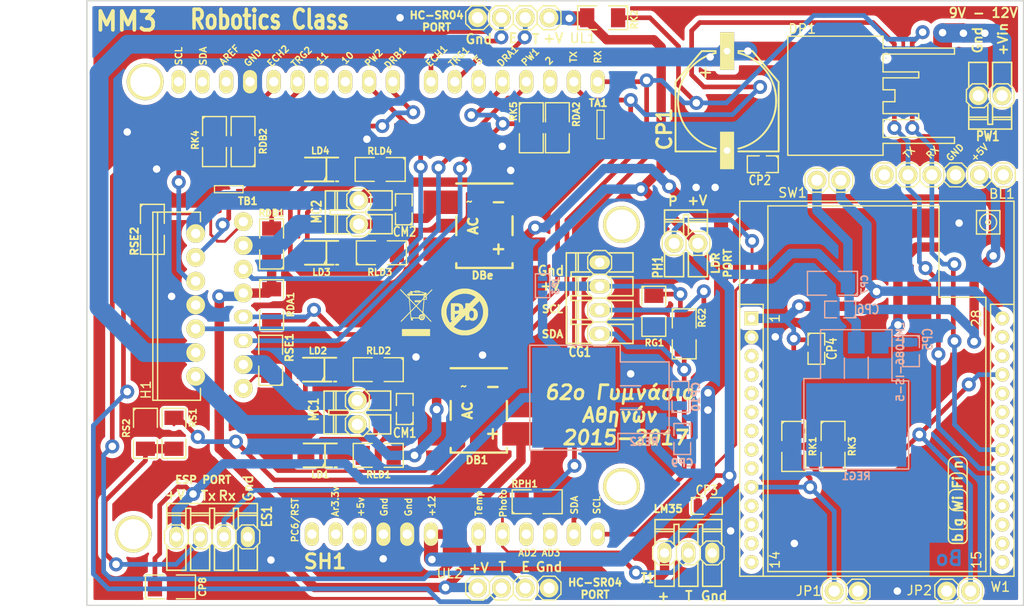
<source format=kicad_pcb>
(kicad_pcb (version 20171130) (host pcbnew "(6.0.0-rc1-dev-1497-g419718b59)")
  (layers (0 F.Cu signal) (31 B.Cu signal) (34 B.Paste user) (35 F.Paste user) (36 B.SilkS user) (37 F.SilkS user) (38 B.Mask user) (39 F.Mask user) (44 Edge.Cuts user))
  (net 0 "")
  (net 1 GND)
  (net 2 +5V)
  (net 3 +12V)
  (net 4 DIRA1)
  (net 5 DIRB1)
  (net 6 AR_TXD)
  (net 7 AR_RXD)
  (net 8 "Net-(LD1-Pad1)")
  (net 9 "Net-(LD2-Pad1)")
  (net 10 "Net-(LD3-Pad1)")
  (net 11 "Net-(LD4-Pad1)")
  (net 12 PWM1)
  (net 13 PWM2)
  (net 14 SCL)
  (net 15 SDA)
  (net 16 "Net-(JP1-Pad1)")
  (net 17 "Net-(JP2-Pad2)")
  (net 18 PHOTO)
  (net 19 TEMP)
  (net 20 U1-TRIG)
  (net 21 U1-ECHO)
  (net 22 U2-TRIG)
  (net 23 U2-ECHO)
  (net 24 "Net-(DP1-Pad1)")
  (net 25 "Net-(CP4-Pad1)")
  (net 26 M1A)
  (net 27 M1B)
  (net 28 M2A)
  (net 29 M2B)
  (net 30 "Net-(ES1-Pad2)")
  (net 31 "Net-(H1-Pad7)")
  (net 32 "Net-(H1-Pad12)")
  (net 33 "Net-(RDA2-Pad1)")
  (net 34 "Net-(RDB2-Pad1)")
  (net 35 BL-KEY)
  (net 36 "Net-(BL1-Pad6)")
  (net 37 "Net-(H1-Pad1)")
  (net 38 "Net-(H1-Pad15)")
  (net 39 "Net-(SH1-Pad25)")
  (net 40 "Net-(SH1-Pad24)")
  (net 41 +3V3)
  (net 42 "Net-(SH1-Pad16)")
  (net 43 "Net-(SH1-Pad2)")
  (net 44 "Net-(SH1-Pad5)")
  (net 45 "Net-(SH1-Pad10)")
  (net 46 "Net-(SH1-Pad11)")
  (net 47 "Net-(SH1-Pad15)")
  (net 48 +5F)
  (net 49 "Net-(W1-Pad3)")
  (net 50 "Net-(W1-Pad4)")
  (net 51 "Net-(W1-Pad5)")
  (net 52 "Net-(W1-Pad6)")
  (net 53 "Net-(W1-Pad7)")
  (net 54 "Net-(W1-Pad8)")
  (net 55 "Net-(W1-Pad9)")
  (net 56 "Net-(W1-Pad11)")
  (net 57 "Net-(W1-Pad12)")
  (net 58 "Net-(W1-Pad13)")
  (net 59 "Net-(W1-Pad14)")
  (net 60 "Net-(W1-Pad15)")
  (net 61 "Net-(W1-Pad16)")
  (net 62 "Net-(W1-Pad17)")
  (net 63 "Net-(W1-Pad18)")
  (net 64 "Net-(W1-Pad19)")
  (net 65 "Net-(W1-Pad22)")
  (net 66 "Net-(W1-Pad23)")
  (net 67 "Net-(W1-Pad24)")
  (net 68 "Net-(W1-Pad26)")
  (net 69 "Net-(W1-Pad27)")
  (net 70 "Net-(CG1-Pad3)")
  (net 71 "Net-(SH1-Pad17)")
  (module w_logo:Logo_silk_Lead-Free_5x5mm (layer F.Cu) (at 101.1165 68.9745)
    (fp_text reference G*** hide)
    (fp_text value LOGO hide)
  )
  (module w_logo:Logo_silk_WEEE_3.4x5mm (layer F.Cu) (at 95.9165 69.0745)
    (fp_text reference G*** hide)
    (fp_text value LOGO hide)
  )
  (module VLASTOS:ARDUINO_UNO_SHIELD (layer F.Cu) (at 51.7965 95.2145)
    (fp_text reference SH1 (at 34.417 0.381) (layer F.SilkS) (effects (font (size 1.524 1.524) (thickness 0.3048))))
    (fp_text value ARDUINO_UNO_SHIELD hide)
    (pad 27 thru_hole oval (at 63.5 -2.54 90) (size 2.5 1.5) (drill 1) (layers *.Cu *.Mask F.SilkS) (net 14 SCL))
    (pad 26 thru_hole oval (at 60.96 -2.54 90) (size 2.5 1.5) (drill 1) (layers *.Cu *.Mask F.SilkS) (net 15 SDA))
    (pad 25 thru_hole oval (at 58.42 -2.54 90) (size 2.5 1.5) (drill 1) (layers *.Cu *.Mask F.SilkS) (net 39 "Net-(SH1-Pad25)"))
    (pad 22 thru_hole oval (at 50.8 -2.54 90) (size 2.5 1.5) (drill 1) (layers *.Cu *.Mask F.SilkS) (net 19 TEMP))
    (pad 23 thru_hole oval (at 53.34 -2.54 90) (size 2.5 1.5) (drill 1) (layers *.Cu *.Mask F.SilkS) (net 18 PHOTO))
    (pad 24 thru_hole oval (at 55.88 -2.54 90) (size 2.5 1.5) (drill 1) (layers *.Cu *.Mask F.SilkS) (net 40 "Net-(SH1-Pad24)"))
    (pad 21 thru_hole oval (at 45.72 -2.54 90) (size 2.5 1.5) (drill 1) (layers *.Cu *.Mask F.SilkS) (net 3 +12V))
    (pad 20 thru_hole oval (at 43.18 -2.54 90) (size 2.5 1.5) (drill 1) (layers *.Cu *.Mask F.SilkS) (net 1 GND))
    (pad 19 thru_hole oval (at 40.64 -2.54 90) (size 2.5 1.5) (drill 1) (layers *.Cu *.Mask F.SilkS) (net 1 GND))
    (pad 17 thru_hole oval (at 35.56 -2.54 90) (size 2.5 1.5) (drill 1) (layers *.Cu *.Mask F.SilkS) (net 71 "Net-(SH1-Pad17)"))
    (pad 16 thru_hole oval (at 33.02 -2.54 90) (size 2.5 1.5) (drill 1) (layers *.Cu *.Mask F.SilkS) (net 42 "Net-(SH1-Pad16)"))
    (pad 0 thru_hole oval (at 63.5 -50.8 90) (size 2.5 1.5) (drill 1) (layers *.Cu *.Mask F.SilkS) (net 7 AR_RXD))
    (pad 1 thru_hole oval (at 60.96 -50.8 90) (size 2.5 1.5) (drill 1) (layers *.Cu *.Mask F.SilkS) (net 6 AR_TXD))
    (pad 2 thru_hole oval (at 58.42 -50.8 90) (size 2.5 1.5) (drill 1) (layers *.Cu *.Mask F.SilkS) (net 43 "Net-(SH1-Pad2)"))
    (pad 3 thru_hole oval (at 55.88 -50.8 90) (size 2.5 1.5) (drill 1) (layers *.Cu *.Mask F.SilkS) (net 12 PWM1))
    (pad 4 thru_hole oval (at 53.34 -50.8 90) (size 2.5 1.5) (drill 1) (layers *.Cu *.Mask F.SilkS) (net 4 DIRA1))
    (pad 5 thru_hole oval (at 50.8 -50.8 90) (size 2.5 1.5) (drill 1) (layers *.Cu *.Mask F.SilkS) (net 44 "Net-(SH1-Pad5)"))
    (pad 6 thru_hole oval (at 48.26 -50.8 90) (size 2.5 1.5) (drill 1) (layers *.Cu *.Mask F.SilkS) (net 20 U1-TRIG))
    (pad 7 thru_hole oval (at 45.72 -50.8 90) (size 2.5 1.5) (drill 1) (layers *.Cu *.Mask F.SilkS) (net 21 U1-ECHO))
    (pad 8 thru_hole oval (at 41.656 -50.8 90) (size 2.5 1.5) (drill 1) (layers *.Cu *.Mask F.SilkS) (net 5 DIRB1))
    (pad 9 thru_hole oval (at 39.116 -50.8 90) (size 2.5 1.5) (drill 1) (layers *.Cu *.Mask F.SilkS) (net 13 PWM2))
    (pad 10 thru_hole oval (at 36.576 -50.8 90) (size 2.5 1.5) (drill 1) (layers *.Cu *.Mask F.SilkS) (net 45 "Net-(SH1-Pad10)"))
    (pad 11 thru_hole oval (at 34.036 -50.8 90) (size 2.5 1.5) (drill 1) (layers *.Cu *.Mask F.SilkS) (net 46 "Net-(SH1-Pad11)"))
    (pad 12 thru_hole oval (at 31.496 -50.8 90) (size 2.5 1.5) (drill 1) (layers *.Cu *.Mask F.SilkS) (net 22 U2-TRIG))
    (pad 13 thru_hole oval (at 28.956 -50.8 90) (size 2.5 1.5) (drill 1) (layers *.Cu *.Mask F.SilkS) (net 23 U2-ECHO))
    (pad 14 thru_hole oval (at 26.416 -50.8 90) (size 2.5 1.5) (drill 1) (layers *.Cu *.Mask F.SilkS) (net 1 GND))
    (pad 15 thru_hole oval (at 23.876 -50.8 90) (size 2.5 1.5) (drill 1) (layers *.Cu *.Mask F.SilkS) (net 47 "Net-(SH1-Pad15)"))
    (pad 18 thru_hole oval (at 38.1 -2.54 90) (size 2.5 1.5) (drill 1) (layers *.Cu *.Mask F.SilkS) (net 48 +5F))
    (pad "" thru_hole circle (at 66.04 -7.62 90) (size 3.937 3.937) (drill 3.2) (layers *.Cu *.Mask F.SilkS))
    (pad "" thru_hole circle (at 66.04 -35.56 90) (size 3.937 3.937) (drill 3.2) (layers *.Cu *.Mask F.SilkS))
    (pad "" thru_hole circle (at 15.24 -50.8 90) (size 3.937 3.937) (drill 3.2) (layers *.Cu *.Mask F.SilkS))
    (pad "" thru_hole circle (at 13.97 -2.54 90) (size 3.937 3.937) (drill 3.2) (layers *.Cu *.Mask F.SilkS))
    (pad 26 thru_hole oval (at 21.336 -50.8) (size 1.5 2.5) (drill 1) (layers *.Cu *.Mask F.SilkS) (net 15 SDA))
    (pad 27 thru_hole oval (at 18.796 -50.8) (size 1.5 2.5) (drill 1) (layers *.Cu *.Mask F.SilkS) (net 14 SCL))
  )
  (module VLASTOS:AV1206 (layer F.Cu) (at 67.056 81.915 270)
    (fp_text reference RS2 (at -0.5435 2.032 90) (layer F.SilkS) (effects (font (size 0.7 0.7) (thickness 0.17))))
    (fp_text value 2K hide)
    (pad 1 smd rect (at -1.651 0 270) (size 1.524 2.032) (layers F.Cu F.Paste F.Mask) (net 1 GND))
    (pad 2 smd rect (at 1.651 0 270) (size 1.524 2.032) (layers F.Cu F.Paste F.Mask) (net 30 "Net-(ES1-Pad2)"))
  )
  (module VLASTOS:HLK-RM04 (layer F.Cu) (at 144.199 78.6595 270)
    (fp_text reference W1 (at 19.6385 -14.043) (layer F.SilkS))
    (fp_text value HLK-RM04 hide)
    (fp_text user 28 (at -9 -11.5 270) (layer F.SilkS))
    (fp_text user 15 (at 16.75 -11.5 270) (layer F.SilkS))
    (fp_text user 14 (at 16.75 10 270) (layer F.SilkS))
    (fp_text user 1 (at -9 10 270) (layer F.SilkS))
    (fp_text user "b g Wi Fi n" (at 10.5 -9.5 270) (layer F.SilkS) (effects (font (thickness 0.22))))
    (pad 1 thru_hole trapezoid (at -9 12.5 270) (size 1.5 1.5) (drill 0.8) (layers *.Cu *.Mask F.SilkS) (net 25 "Net-(CP4-Pad1)"))
    (pad 2 thru_hole circle (at -7 12.5 270) (size 1.5 1.5) (drill 0.8) (layers *.Cu *.Mask F.SilkS) (net 1 GND))
    (pad 3 thru_hole circle (at -5 12.5 270) (size 1.5 1.5) (drill 0.8) (layers *.Cu *.Mask F.SilkS) (net 49 "Net-(W1-Pad3)"))
    (pad 4 thru_hole circle (at -3 12.5 270) (size 1.5 1.5) (drill 0.8) (layers *.Cu *.Mask F.SilkS) (net 50 "Net-(W1-Pad4)"))
    (pad 5 thru_hole circle (at -1 12.5 270) (size 1.5 1.5) (drill 0.8) (layers *.Cu *.Mask F.SilkS) (net 51 "Net-(W1-Pad5)"))
    (pad 6 thru_hole circle (at 1 12.5 270) (size 1.5 1.5) (drill 0.8) (layers *.Cu *.Mask F.SilkS) (net 52 "Net-(W1-Pad6)"))
    (pad 7 thru_hole circle (at 3 12.5 270) (size 1.5 1.5) (drill 0.8) (layers *.Cu *.Mask F.SilkS) (net 53 "Net-(W1-Pad7)"))
    (pad 8 thru_hole circle (at 5 12.5 270) (size 1.5 1.5) (drill 0.8) (layers *.Cu *.Mask F.SilkS) (net 54 "Net-(W1-Pad8)"))
    (pad 9 thru_hole circle (at 7 12.5 270) (size 1.5 1.5) (drill 0.8) (layers *.Cu *.Mask F.SilkS) (net 55 "Net-(W1-Pad9)"))
    (pad 10 thru_hole circle (at 9 12.5 270) (size 1.5 1.5) (drill 0.8) (layers *.Cu *.Mask F.SilkS) (net 16 "Net-(JP1-Pad1)"))
    (pad 11 thru_hole circle (at 11 12.5 270) (size 1.5 1.5) (drill 0.8) (layers *.Cu *.Mask F.SilkS) (net 56 "Net-(W1-Pad11)"))
    (pad 12 thru_hole circle (at 13 12.5 270) (size 1.5 1.5) (drill 0.8) (layers *.Cu *.Mask F.SilkS) (net 57 "Net-(W1-Pad12)"))
    (pad 13 thru_hole circle (at 15 12.5 270) (size 1.5 1.5) (drill 0.8) (layers *.Cu *.Mask F.SilkS) (net 58 "Net-(W1-Pad13)"))
    (pad 14 thru_hole circle (at 17 12.5 270) (size 1.5 1.5) (drill 0.8) (layers *.Cu *.Mask F.SilkS) (net 59 "Net-(W1-Pad14)"))
    (pad 15 thru_hole circle (at 17 -14.25 270) (size 1.5 1.5) (drill 0.8) (layers *.Cu *.Mask F.SilkS) (net 60 "Net-(W1-Pad15)"))
    (pad 16 thru_hole circle (at 15 -14.25 270) (size 1.5 1.5) (drill 0.8) (layers *.Cu *.Mask F.SilkS) (net 61 "Net-(W1-Pad16)"))
    (pad 17 thru_hole circle (at 13 -14.25 270) (size 1.5 1.5) (drill 0.8) (layers *.Cu *.Mask F.SilkS) (net 62 "Net-(W1-Pad17)"))
    (pad 18 thru_hole circle (at 11 -14.25 270) (size 1.5 1.5) (drill 0.8) (layers *.Cu *.Mask F.SilkS) (net 63 "Net-(W1-Pad18)"))
    (pad 19 thru_hole circle (at 9 -14.25 270) (size 1.5 1.5) (drill 0.8) (layers *.Cu *.Mask F.SilkS) (net 64 "Net-(W1-Pad19)"))
    (pad 20 thru_hole circle (at 7 -14.25 270) (size 1.5 1.5) (drill 0.8) (layers *.Cu *.Mask F.SilkS) (net 6 AR_TXD))
    (pad 21 thru_hole circle (at 5 -14.25 270) (size 1.5 1.5) (drill 0.8) (layers *.Cu *.Mask F.SilkS) (net 7 AR_RXD))
    (pad 22 thru_hole circle (at 3 -14.25 270) (size 1.5 1.5) (drill 0.8) (layers *.Cu *.Mask F.SilkS) (net 65 "Net-(W1-Pad22)"))
    (pad 23 thru_hole circle (at 1 -14.25 270) (size 1.5 1.5) (drill 0.8) (layers *.Cu *.Mask F.SilkS) (net 66 "Net-(W1-Pad23)"))
    (pad 24 thru_hole circle (at -1 -14.25 270) (size 1.5 1.5) (drill 0.8) (layers *.Cu *.Mask F.SilkS) (net 67 "Net-(W1-Pad24)"))
    (pad 25 thru_hole circle (at -3 -14.25 270) (size 1.5 1.5) (drill 0.8) (layers *.Cu *.Mask F.SilkS) (net 17 "Net-(JP2-Pad2)"))
    (pad 26 thru_hole circle (at -5 -14.25 270) (size 1.5 1.5) (drill 0.8) (layers *.Cu *.Mask F.SilkS) (net 68 "Net-(W1-Pad26)"))
    (pad 27 thru_hole circle (at -7 -14.25 270) (size 1.5 1.5) (drill 0.8) (layers *.Cu *.Mask F.SilkS) (net 69 "Net-(W1-Pad27)"))
    (pad 28 thru_hole circle (at -9 -14.25 270) (size 1.5 1.5) (drill 0.8) (layers *.Cu *.Mask F.SilkS) (net 25 "Net-(CP4-Pad1)"))
  )
  (module VLASTOS:AV.STR-MAS-4x1 (layer F.Cu) (at 115.5065 67.5005 90)
    (fp_text reference CG1 (at -5.743 -2.115 180) (layer F.SilkS) (effects (font (size 1 0.8) (thickness 0.2))))
    (fp_text value PIN4 hide)
    (pad 4 thru_hole oval (at 3.81 0 90) (size 1.5 2.2) (drill 1) (layers *.Cu *.Mask F.SilkS) (net 1 GND))
    (pad 3 thru_hole oval (at 1.27 0 90) (size 1.5 2.2) (drill 1) (layers *.Cu *.Mask F.SilkS) (net 70 "Net-(CG1-Pad3)"))
    (pad 1 thru_hole oval (at -3.81 0 90) (size 1.5 2.2) (drill 1) (layers *.Cu *.Mask F.SilkS) (net 15 SDA))
    (pad 2 thru_hole oval (at -1.27 0 90) (size 1.5 2.2) (drill 1) (layers *.Cu *.Mask F.SilkS) (net 14 SCL))
  )
  (module VLASTOS:AV0805 (layer F.Cu) (at 94.7165 79.327 90)
    (fp_text reference CM1 (at -2.54 0 180) (layer F.SilkS) (effects (font (size 1 0.8) (thickness 0.17))))
    (fp_text value 100n hide)
    (pad 1 smd rect (at -0.9525 0 90) (size 0.889 1.397) (layers F.Cu F.Paste F.Mask) (net 26 M1A))
    (pad 2 smd rect (at 0.9525 0 90) (size 0.889 1.397) (layers F.Cu F.Paste F.Mask) (net 27 M1B))
  )
  (module VLASTOS:AV0805 (layer F.Cu) (at 94.6165 58.027 90)
    (fp_text reference CM2 (at -2.3905 0.084 180) (layer F.SilkS) (effects (font (size 1 0.8) (thickness 0.17))))
    (fp_text value 100n hide)
    (pad 1 smd rect (at -0.9525 0 90) (size 0.889 1.397) (layers F.Cu F.Paste F.Mask) (net 28 M2A))
    (pad 2 smd rect (at 0.9525 0 90) (size 0.889 1.397) (layers F.Cu F.Paste F.Mask) (net 29 M2B))
  )
  (module VLASTOS:CAP-SMD-10 (layer F.Cu) (at 129.0955 41.11498)
    (fp_text reference CP1 (at -6.679 8.35952 90) (layer F.SilkS) (effects (font (size 1.524 1.524) (thickness 0.3048))))
    (fp_text value 220uF hide)
    (pad 1 thru_hole rect (at 0 0.03302) (size 1.50114 4.0005) (drill 0.70104) (layers *.Cu *.Mask F.SilkS) (net 3 +12V))
    (pad 2 thru_hole rect (at 0 10.63244) (size 1.50114 4.0005) (drill 0.70104) (layers *.Cu *.Mask F.SilkS) (net 1 GND))
  )
  (module VLASTOS:AV0805 (layer F.Cu) (at 132.9055 53.213 180)
    (fp_text reference CP2 (at 0.3175 -1.7145 180) (layer F.SilkS) (effects (font (size 1 0.8) (thickness 0.17))))
    (fp_text value 100n hide)
    (pad 1 smd rect (at -0.9525 0 180) (size 0.889 1.397) (layers F.Cu F.Paste F.Mask) (net 3 +12V))
    (pad 2 smd rect (at 0.9525 0 180) (size 0.889 1.397) (layers F.Cu F.Paste F.Mask) (net 1 GND))
  )
  (module VLASTOS:AV-D2PACK (layer F.Cu) (at 152.0825 48.4505 90)
    (fp_text reference DP1 (at 9.676 -14.966 180) (layer F.SilkS))
    (fp_text value 12CWQ06 hide)
    (pad 1 smd rect (at 0 0 90) (size 2.08 3.81) (layers F.Cu F.Paste F.Mask) (net 24 "Net-(DP1-Pad1)"))
    (pad 3 smd rect (at 5.08 0 90) (size 2.08 3.81) (layers F.Cu F.Paste F.Mask) (net 24 "Net-(DP1-Pad1)"))
    (pad 2 smd rect (at 2.54 -11.43 90) (size 11.43 8.89) (layers F.Cu F.Paste F.Mask) (net 3 +12V))
  )
  (module VLASTOS:PLCC2 (layer F.Cu) (at 87.379 84.269)
    (fp_text reference LD1 (at -1.6735 2.0555) (layer F.SilkS) (effects (font (size 0.7 0.7) (thickness 0.17))))
    (fp_text value RED hide)
    (pad 2 smd rect (at -3.2004 0) (size 1.80086 1.99898) (layers F.Cu F.Paste F.Mask) (net 27 M1B))
    (pad 1 smd rect (at 0 0) (size 1.80086 1.99898) (layers F.Cu F.Paste F.Mask) (net 8 "Net-(LD1-Pad1)"))
  )
  (module VLASTOS:PLCC2 (layer F.Cu) (at 87.3155 75.125)
    (fp_text reference LD2 (at -1.864 -2.0085) (layer F.SilkS) (effects (font (size 0.7 0.7) (thickness 0.17))))
    (fp_text value YELLOW hide)
    (pad 2 smd rect (at -3.2004 0) (size 1.80086 1.99898) (layers F.Cu F.Paste F.Mask) (net 26 M1A))
    (pad 1 smd rect (at 0 0) (size 1.80086 1.99898) (layers F.Cu F.Paste F.Mask) (net 9 "Net-(LD2-Pad1)"))
  )
  (module VLASTOS:PLCC2 (layer F.Cu) (at 87.5265 62.6615)
    (fp_text reference LD3 (at -1.694 2.073) (layer F.SilkS) (effects (font (size 0.7 0.7) (thickness 0.17))))
    (fp_text value RED hide)
    (pad 2 smd rect (at -3.2004 0) (size 1.80086 1.99898) (layers F.Cu F.Paste F.Mask) (net 29 M2B))
    (pad 1 smd rect (at 0 0) (size 1.80086 1.99898) (layers F.Cu F.Paste F.Mask) (net 10 "Net-(LD3-Pad1)"))
  )
  (module VLASTOS:PLCC2 (layer F.Cu) (at 87.5265 53.7715)
    (fp_text reference LD4 (at -1.821 -1.991 180) (layer F.SilkS) (effects (font (size 0.7 0.7) (thickness 0.17))))
    (fp_text value YELLOW hide)
    (pad 2 smd rect (at -3.2004 0) (size 1.80086 1.99898) (layers F.Cu F.Paste F.Mask) (net 28 M2A))
    (pad 1 smd rect (at 0 0) (size 1.80086 1.99898) (layers F.Cu F.Paste F.Mask) (net 11 "Net-(LD4-Pad1)"))
  )
  (module VLASTOS:AV1206 (layer F.Cu) (at 91.8875 84.269)
    (fp_text reference RLD1 (at 0.041 2.0555 180) (layer F.SilkS) (effects (font (size 0.7 0.7) (thickness 0.17))))
    (fp_text value 4.7K hide)
    (pad 1 smd rect (at -1.651 0) (size 1.524 2.032) (layers F.Cu F.Paste F.Mask) (net 8 "Net-(LD1-Pad1)"))
    (pad 2 smd rect (at 1.651 0) (size 1.524 2.032) (layers F.Cu F.Paste F.Mask) (net 26 M1A))
  )
  (module VLASTOS:AV1206 (layer F.Cu) (at 91.8875 75.125 180)
    (fp_text reference RLD2 (at -0.041 2.0085 180) (layer F.SilkS) (effects (font (size 0.7 0.7) (thickness 0.17))))
    (fp_text value 4.7K hide)
    (pad 1 smd rect (at -1.651 0 180) (size 1.524 2.032) (layers F.Cu F.Paste F.Mask) (net 27 M1B))
    (pad 2 smd rect (at 1.651 0 180) (size 1.524 2.032) (layers F.Cu F.Paste F.Mask) (net 9 "Net-(LD2-Pad1)"))
  )
  (module VLASTOS:AV1206 (layer F.Cu) (at 92.2255 62.6615)
    (fp_text reference RLD3 (at -0.17 2.073 180) (layer F.SilkS) (effects (font (size 0.7 0.7) (thickness 0.17))))
    (fp_text value 4.7K hide)
    (pad 1 smd rect (at -1.651 0) (size 1.524 2.032) (layers F.Cu F.Paste F.Mask) (net 10 "Net-(LD3-Pad1)"))
    (pad 2 smd rect (at 1.651 0) (size 1.524 2.032) (layers F.Cu F.Paste F.Mask) (net 28 M2A))
  )
  (module VLASTOS:AV1206 (layer F.Cu) (at 92.0985 53.7715 180)
    (fp_text reference RLD4 (at 0.043 1.9555) (layer F.SilkS) (effects (font (size 0.7 0.7) (thickness 0.17))))
    (fp_text value 4.7K hide)
    (pad 1 smd rect (at -1.651 0 180) (size 1.524 2.032) (layers F.Cu F.Paste F.Mask) (net 29 M2B))
    (pad 2 smd rect (at 1.651 0 180) (size 1.524 2.032) (layers F.Cu F.Paste F.Mask) (net 11 "Net-(LD4-Pad1)"))
  )
  (module VLASTOS:AV.STR-MAS-2x1 (layer F.Cu) (at 89.665 79.697 90)
    (fp_text reference MC1 (at 0.3225 -4.6485 270) (layer F.SilkS) (effects (font (size 1 0.8) (thickness 0.2))))
    (fp_text value CLEM-2P hide)
    (pad 1 thru_hole circle (at -1.27 0 90) (size 2 2) (drill 1.2) (layers *.Cu *.Mask F.SilkS) (net 26 M1A))
    (pad 2 thru_hole circle (at 1.27 0 90) (size 2 2) (drill 1.2) (layers *.Cu *.Mask F.SilkS) (net 27 M1B))
  )
  (module VLASTOS:AV.STR-MAS-2x1 (layer F.Cu) (at 89.8125 58.3435 90)
    (fp_text reference MC2 (at 0.069 -4.496 270) (layer F.SilkS) (effects (font (size 1 0.8) (thickness 0.2))))
    (fp_text value CLEM-2P hide)
    (pad 1 thru_hole circle (at -1.27 0 90) (size 2 2) (drill 1.2) (layers *.Cu *.Mask F.SilkS) (net 28 M2A))
    (pad 2 thru_hole circle (at 1.27 0 90) (size 2 2) (drill 1.2) (layers *.Cu *.Mask F.SilkS) (net 29 M2B))
  )
  (module VLASTOS:AV.STR-MAS-2x1 (layer F.Cu) (at 157.1625 45.9105 180)
    (fp_text reference PW1 (at 0.254 -4.318 180) (layer F.SilkS) (effects (font (size 1 0.8) (thickness 0.2))))
    (fp_text value CLEM-2P hide)
    (pad 1 thru_hole circle (at -1.27 0 180) (size 2 2) (drill 1.2) (layers *.Cu *.Mask F.SilkS) (net 24 "Net-(DP1-Pad1)"))
    (pad 2 thru_hole circle (at 1.27 0 180) (size 2 2) (drill 1.2) (layers *.Cu *.Mask F.SilkS) (net 1 GND))
  )
  (module VLASTOS:AV1206 (layer F.Cu) (at 121.285 68.8975 270)
    (fp_text reference RG1 (at 3.3655 -0.0635) (layer F.SilkS) (effects (font (size 0.7 0.7) (thickness 0.17))))
    (fp_text value 3.3k hide)
    (pad 1 smd rect (at -1.651 0 270) (size 1.524 2.032) (layers F.Cu F.Paste F.Mask) (net 70 "Net-(CG1-Pad3)"))
    (pad 2 smd rect (at 1.651 0 270) (size 1.524 2.032) (layers F.Cu F.Paste F.Mask) (net 14 SCL))
  )
  (module VLASTOS:AV1206 (layer F.Cu) (at 124.5235 71.3105 270)
    (fp_text reference RG2 (at -1.7145 -1.905 270) (layer F.SilkS) (effects (font (size 0.7 0.7) (thickness 0.17))))
    (fp_text value 3.3k hide)
    (pad 1 smd rect (at -1.651 0 270) (size 1.524 2.032) (layers F.Cu F.Paste F.Mask) (net 70 "Net-(CG1-Pad3)"))
    (pad 2 smd rect (at 1.651 0 270) (size 1.524 2.032) (layers F.Cu F.Paste F.Mask) (net 15 SDA))
  )
  (module VLASTOS:AV0805 (layer F.Cu) (at 126.9365 89.662)
    (fp_text reference CP3 (at 0 -1.651) (layer F.SilkS) (effects (font (size 1 0.8) (thickness 0.17))))
    (fp_text value 100n hide)
    (pad 1 smd rect (at -0.9525 0) (size 0.889 1.397) (layers F.Cu F.Paste F.Mask) (net 2 +5V))
    (pad 2 smd rect (at 0.9525 0) (size 0.889 1.397) (layers F.Cu F.Paste F.Mask) (net 1 GND))
  )
  (module VLASTOS:AV0805 (layer F.Cu) (at 138.6205 72.898 270)
    (fp_text reference CP4 (at 0 -1.651 270) (layer F.SilkS) (effects (font (size 1 0.8) (thickness 0.17))))
    (fp_text value 100n hide)
    (pad 1 smd rect (at -0.9525 0 270) (size 0.889 1.397) (layers F.Cu F.Paste F.Mask) (net 25 "Net-(CP4-Pad1)"))
    (pad 2 smd rect (at 0.9525 0 270) (size 0.889 1.397) (layers F.Cu F.Paste F.Mask) (net 1 GND))
  )
  (module VLASTOS:AV.STR-PIN-2x1 (layer F.Cu) (at 140.5255 98.7425)
    (fp_text reference JP1 (at -2.7305 0) (layer F.SilkS))
    (fp_text value jp hide)
    (pad 1 thru_hole circle (at 0 0) (size 2 2) (drill 1.2) (layers *.Cu *.Mask F.SilkS) (net 16 "Net-(JP1-Pad1)"))
    (pad 2 thru_hole circle (at 2.54 0) (size 2 2) (drill 1.2) (layers *.Cu *.Mask F.SilkS) (net 1 GND))
  )
  (module VLASTOS:AV.STR-PIN-2x1 (layer F.Cu) (at 152.527 98.7425)
    (fp_text reference JP2 (at -2.921 -0.0635) (layer F.SilkS))
    (fp_text value jp hide)
    (pad 1 thru_hole circle (at 0 0) (size 2 2) (drill 1.2) (layers *.Cu *.Mask F.SilkS) (net 1 GND))
    (pad 2 thru_hole circle (at 2.54 0) (size 2 2) (drill 1.2) (layers *.Cu *.Mask F.SilkS) (net 17 "Net-(JP2-Pad2)"))
  )
  (module VLASTOS:AV.STR-MAS-2x1 (layer F.Cu) (at 124.714 61.6585)
    (fp_text reference PH1 (at -2.9975 2.516 90) (layer F.SilkS) (effects (font (size 1 0.8) (thickness 0.2))))
    (fp_text value PHOTO hide)
    (pad 1 thru_hole circle (at -1.27 0) (size 2 2) (drill 1.2) (layers *.Cu *.Mask F.SilkS) (net 18 PHOTO))
    (pad 2 thru_hole circle (at 1.27 0) (size 2 2) (drill 1.2) (layers *.Cu *.Mask F.SilkS) (net 2 +5V))
  )
  (module VLASTOS:AV1206 (layer F.Cu) (at 136.2075 83.312 270)
    (fp_text reference RK1 (at 0 -2.032 270) (layer F.SilkS) (effects (font (size 0.7 0.7) (thickness 0.17))))
    (fp_text value 10k hide)
    (pad 1 smd rect (at -1.651 0 270) (size 1.524 2.032) (layers F.Cu F.Paste F.Mask) (net 25 "Net-(CP4-Pad1)"))
    (pad 2 smd rect (at 1.651 0 270) (size 1.524 2.032) (layers F.Cu F.Paste F.Mask) (net 16 "Net-(JP1-Pad1)"))
  )
  (module VLASTOS:AV1206 (layer F.Cu) (at 115.824 37.592 180)
    (fp_text reference RK2 (at -3.3655 -0.1905 270) (layer F.SilkS) (effects (font (size 0.7 0.7) (thickness 0.17))))
    (fp_text value 10k hide)
    (pad 1 smd rect (at -1.651 0 180) (size 1.524 2.032) (layers F.Cu F.Paste F.Mask) (net 7 AR_RXD))
    (pad 2 smd rect (at 1.651 0 180) (size 1.524 2.032) (layers F.Cu F.Paste F.Mask) (net 2 +5V))
  )
  (module VLASTOS:AV1206 (layer F.Cu) (at 140.3985 83.312 270)
    (fp_text reference RK3 (at 0 -2.032 270) (layer F.SilkS) (effects (font (size 0.7 0.7) (thickness 0.17))))
    (fp_text value 10k hide)
    (pad 1 smd rect (at -1.651 0 270) (size 1.524 2.032) (layers F.Cu F.Paste F.Mask) (net 25 "Net-(CP4-Pad1)"))
    (pad 2 smd rect (at 1.651 0 270) (size 1.524 2.032) (layers F.Cu F.Paste F.Mask) (net 17 "Net-(JP2-Pad2)"))
  )
  (module VLASTOS:AV1206 (layer F.Cu) (at 108.839 89.2175)
    (fp_text reference RPH1 (at -1.3335 -1.905) (layer F.SilkS) (effects (font (size 0.7 0.7) (thickness 0.17))))
    (fp_text value 4.7k hide)
    (pad 1 smd rect (at -1.651 0) (size 1.524 2.032) (layers F.Cu F.Paste F.Mask) (net 18 PHOTO))
    (pad 2 smd rect (at 1.651 0) (size 1.524 2.032) (layers F.Cu F.Paste F.Mask) (net 1 GND))
  )
  (module VLASTOS:AV.STR-MAS-3x1 (layer F.Cu) (at 124.968 94.6785)
    (fp_text reference T1 (at -4.3515 2.696) (layer F.SilkS) (effects (font (size 1 0.8) (thickness 0.2))))
    (fp_text value LM35 hide)
    (pad 3 thru_hole oval (at 2.54 0) (size 1.5 2.2) (drill 1) (layers *.Cu *.Mask F.SilkS) (net 1 GND))
    (pad 1 thru_hole oval (at -2.54 0) (size 1.5 2.2) (drill 1) (layers *.Cu *.Mask F.SilkS) (net 2 +5V))
    (pad 2 thru_hole oval (at 0 0) (size 1.5 2.2) (drill 1) (layers *.Cu *.Mask F.SilkS) (net 19 TEMP))
  )
  (module VLASTOS:AV.STR-PIN-4x1 (layer F.Cu) (at 110.109 37.592 180)
    (fp_text reference UL1 (at -3.6075 -2.1825) (layer F.SilkS))
    (fp_text value PIN4 hide)
    (pad 1 thru_hole circle (at 0 0 180) (size 2 2) (drill 1.2) (layers *.Cu *.Mask F.SilkS) (net 2 +5V))
    (pad 2 thru_hole circle (at 2.54 0 180) (size 2 2) (drill 1.2) (layers *.Cu *.Mask F.SilkS) (net 20 U1-TRIG))
    (pad 3 thru_hole circle (at 5.08 0 180) (size 2 2) (drill 1.2) (layers *.Cu *.Mask F.SilkS) (net 21 U1-ECHO))
    (pad 4 thru_hole circle (at 7.62 0 180) (size 2 2) (drill 1.2) (layers *.Cu *.Mask F.SilkS) (net 1 GND))
  )
  (module VLASTOS:AV.STR-PIN-4x1 (layer F.Cu) (at 102.489 98.425)
    (fp_text reference UL2 (at -2.9725 -1.5505) (layer F.SilkS))
    (fp_text value PIN4 hide)
    (pad 1 thru_hole circle (at 0 0) (size 2 2) (drill 1.2) (layers *.Cu *.Mask F.SilkS) (net 2 +5V))
    (pad 2 thru_hole circle (at 2.54 0) (size 2 2) (drill 1.2) (layers *.Cu *.Mask F.SilkS) (net 22 U2-TRIG))
    (pad 3 thru_hole circle (at 5.08 0) (size 2 2) (drill 1.2) (layers *.Cu *.Mask F.SilkS) (net 23 U2-ECHO))
    (pad 4 thru_hole circle (at 7.62 0) (size 2 2) (drill 1.2) (layers *.Cu *.Mask F.SilkS) (net 1 GND))
  )
  (module VLASTOS:AV.STR-PIN-6x1 (layer F.Cu) (at 158.5595 54.356 180)
    (fp_text reference BL1 (at 0.143 -2.0185 180) (layer F.SilkS))
    (fp_text value PINS-P6 hide)
    (pad 1 thru_hole circle (at 0 0 180) (size 2 2) (drill 1.2) (layers *.Cu *.Mask F.SilkS) (net 35 BL-KEY))
    (pad 2 thru_hole circle (at 2.54 0 180) (size 2 2) (drill 1.2) (layers *.Cu *.Mask F.SilkS) (net 2 +5V))
    (pad 3 thru_hole circle (at 5.08 0 180) (size 2 2) (drill 1.2) (layers *.Cu *.Mask F.SilkS) (net 1 GND))
    (pad 4 thru_hole circle (at 7.62 0 180) (size 2 2) (drill 1.2) (layers *.Cu *.Mask F.SilkS) (net 7 AR_RXD))
    (pad 5 thru_hole circle (at 10.16 0 180) (size 2 2) (drill 1.2) (layers *.Cu *.Mask F.SilkS) (net 6 AR_TXD))
    (pad 6 thru_hole circle (at 12.7 0 180) (size 2 2) (drill 1.2) (layers *.Cu *.Mask F.SilkS) (net 36 "Net-(BL1-Pad6)"))
  )
  (module VLASTOS:AV.STR-PIN-2x1 (layer F.Cu) (at 138.684 54.9275)
    (fp_text reference SW1 (at -2.6035 1.3335) (layer F.SilkS))
    (fp_text value jp hide)
    (pad 1 thru_hole circle (at 0 0) (size 2 2) (drill 1.2) (layers *.Cu *.Mask F.SilkS) (net 2 +5V))
    (pad 2 thru_hole circle (at 2.54 0) (size 2 2) (drill 1.2) (layers *.Cu *.Mask F.SilkS) (net 25 "Net-(CP4-Pad1)"))
  )
  (module VLASTOS:AV0805 (layer B.Cu) (at 148.717 73.152 270)
    (fp_text reference CP5 (at -1.27 -1.778 270) (layer B.SilkS) (effects (font (size 1 0.8) (thickness 0.17)) (justify mirror)))
    (fp_text value 100n hide)
    (pad 1 smd rect (at -0.9525 0 270) (size 0.889 1.397) (layers B.Cu B.Paste B.Mask) (net 3 +12V))
    (pad 2 smd rect (at 0.9525 0 270) (size 0.889 1.397) (layers B.Cu B.Paste B.Mask) (net 1 GND))
  )
  (module VLASTOS:AV0805 (layer B.Cu) (at 141.1605 68.707 180)
    (fp_text reference CP6 (at -2.9845 0 180) (layer B.SilkS) (effects (font (size 1 0.8) (thickness 0.17)) (justify mirror)))
    (fp_text value 100n hide)
    (pad 1 smd rect (at -0.9525 0 180) (size 0.889 1.397) (layers B.Cu B.Paste B.Mask) (net 2 +5V))
    (pad 2 smd rect (at 0.9525 0 180) (size 0.889 1.397) (layers B.Cu B.Paste B.Mask) (net 1 GND))
  )
  (module VLASTOS:AV.STR-MAS-4x1 (layer F.Cu) (at 74.168 92.964)
    (fp_text reference ES1 (at 5.8485 -2.1895 90) (layer F.SilkS) (effects (font (size 1 0.8) (thickness 0.2))))
    (fp_text value PIN4 hide)
    (pad 4 thru_hole oval (at 3.81 0) (size 1.5 2.2) (drill 1) (layers *.Cu *.Mask F.SilkS) (net 1 GND))
    (pad 3 thru_hole oval (at 1.27 0) (size 1.5 2.2) (drill 1) (layers *.Cu *.Mask F.SilkS) (net 7 AR_RXD))
    (pad 1 thru_hole oval (at -3.81 0) (size 1.5 2.2) (drill 1) (layers *.Cu *.Mask F.SilkS) (net 41 +3V3))
    (pad 2 thru_hole oval (at -1.27 0) (size 1.5 2.2) (drill 1) (layers *.Cu *.Mask F.SilkS) (net 30 "Net-(ES1-Pad2)"))
  )
  (module VLASTOS:Multiwat15V (layer F.Cu) (at 72.42 68.23 90)
    (fp_text reference H1 (at -9.0445 -5.3035 90) (layer F.SilkS))
    (fp_text value L298N hide)
    (pad 1 thru_hole circle (at -8.89 5.08 90) (size 2 2) (drill 1) (layers *.Cu *.Mask F.SilkS) (net 37 "Net-(H1-Pad1)"))
    (pad 2 thru_hole circle (at -7.62 0 90) (size 2 2) (drill 1) (layers *.Cu *.Mask F.SilkS) (net 26 M1A))
    (pad 3 thru_hole circle (at -6.35 5.08 90) (size 2 2) (drill 1) (layers *.Cu *.Mask F.SilkS) (net 27 M1B))
    (pad 4 thru_hole circle (at -5.08 0 90) (size 2 2) (drill 1) (layers *.Cu *.Mask F.SilkS) (net 3 +12V))
    (pad 5 thru_hole oval (at -3.81 5.08 90) (size 1.5 2) (drill 1) (layers *.Cu *.Mask F.SilkS) (net 4 DIRA1))
    (pad 6 thru_hole circle (at -2.54 0 90) (size 2 2) (drill 1) (layers *.Cu *.Mask F.SilkS) (net 12 PWM1))
    (pad 7 thru_hole oval (at -1.27 5.08 90) (size 1.5 2) (drill 1) (layers *.Cu *.Mask F.SilkS) (net 31 "Net-(H1-Pad7)"))
    (pad 8 thru_hole circle (at 0 0 90) (size 2 2) (drill 1) (layers *.Cu *.Mask F.SilkS) (net 1 GND))
    (pad 9 thru_hole circle (at 1.27 5.08 90) (size 2 2) (drill 1) (layers *.Cu *.Mask F.SilkS) (net 2 +5V))
    (pad 10 thru_hole circle (at 2.54 0 90) (size 2 2) (drill 1) (layers *.Cu *.Mask F.SilkS) (net 5 DIRB1))
    (pad 11 thru_hole circle (at 3.81 5.08 90) (size 2 2) (drill 1) (layers *.Cu *.Mask F.SilkS) (net 13 PWM2))
    (pad 12 thru_hole circle (at 5.08 0 90) (size 2 2) (drill 1) (layers *.Cu *.Mask F.SilkS) (net 32 "Net-(H1-Pad12)"))
    (pad 13 thru_hole circle (at 6.35 5.08 90) (size 2 2) (drill 1) (layers *.Cu *.Mask F.SilkS) (net 28 M2A))
    (pad 14 thru_hole circle (at 7.62 0 90) (size 2 2) (drill 1) (layers *.Cu *.Mask F.SilkS) (net 29 M2B))
    (pad 15 thru_hole circle (at 8.89 5.08 90) (size 2 2) (drill 1) (layers *.Cu *.Mask F.SilkS) (net 38 "Net-(H1-Pad15)"))
  )
  (module VLASTOS:AV1206 (layer F.Cu) (at 80.518 68.199 270)
    (fp_text reference RDA1 (at 0 -2.032 270) (layer F.SilkS) (effects (font (size 0.7 0.7) (thickness 0.17))))
    (fp_text value 3.3K hide)
    (pad 1 smd rect (at -1.651 0 270) (size 1.524 2.032) (layers F.Cu F.Paste F.Mask) (net 2 +5V))
    (pad 2 smd rect (at 1.651 0 270) (size 1.524 2.032) (layers F.Cu F.Paste F.Mask) (net 31 "Net-(H1-Pad7)"))
  )
  (module VLASTOS:AV1206 (layer F.Cu) (at 110.998 49.3255 90)
    (fp_text reference RDA2 (at 1.4305 2.0185 270) (layer F.SilkS) (effects (font (size 0.7 0.7) (thickness 0.17))))
    (fp_text value 3.3K hide)
    (pad 1 smd rect (at -1.651 0 90) (size 1.524 2.032) (layers F.Cu F.Paste F.Mask) (net 33 "Net-(RDA2-Pad1)"))
    (pad 2 smd rect (at 1.651 0 90) (size 1.524 2.032) (layers F.Cu F.Paste F.Mask) (net 4 DIRA1))
  )
  (module VLASTOS:AV1206 (layer F.Cu) (at 80.518 61.722 90)
    (fp_text reference RDB1 (at 3.302 0 180) (layer F.SilkS) (effects (font (size 0.7 0.7) (thickness 0.17))))
    (fp_text value 3.3K hide)
    (pad 1 smd rect (at -1.651 0 90) (size 1.524 2.032) (layers F.Cu F.Paste F.Mask) (net 2 +5V))
    (pad 2 smd rect (at 1.651 0 90) (size 1.524 2.032) (layers F.Cu F.Paste F.Mask) (net 32 "Net-(H1-Pad12)"))
  )
  (module VLASTOS:AV1206 (layer F.Cu) (at 77.47 50.8 90)
    (fp_text reference RDB2 (at 0.0355 2.1465 270) (layer F.SilkS) (effects (font (size 0.7 0.7) (thickness 0.17))))
    (fp_text value 3.3K hide)
    (pad 1 smd rect (at -1.651 0 90) (size 1.524 2.032) (layers F.Cu F.Paste F.Mask) (net 34 "Net-(RDB2-Pad1)"))
    (pad 2 smd rect (at 1.651 0 90) (size 1.524 2.032) (layers F.Cu F.Paste F.Mask) (net 5 DIRB1))
  )
  (module VLASTOS:DPAK3 (layer B.Cu) (at 142.875 72.263)
    (fp_text reference REG1 (at 0 14.224) (layer B.SilkS) (effects (font (size 0.8 0.8) (thickness 0.17)) (justify mirror)))
    (fp_text value LM1086-IS-5 (at 4.699 2.032 270) (layer B.SilkS) (effects (font (size 0.8 0.8) (thickness 0.17)) (justify mirror)))
    (pad 2 smd rect (at 0 8.763) (size 10.668 8.89) (layers B.Cu B.Paste B.Mask) (net 2 +5V))
    (pad 2 smd rect (at 0 0) (size 1.778 2.286) (layers B.Cu B.Paste B.Mask) (net 2 +5V))
    (pad 1 smd rect (at -2.54 0) (size 1.778 2.286) (layers B.Cu B.Paste B.Mask) (net 1 GND))
    (pad 3 smd rect (at 2.54 0) (size 1.778 2.286) (layers B.Cu B.Paste B.Mask) (net 3 +12V))
  )
  (module VLASTOS:AV1206 (layer F.Cu) (at 74.422 50.8 270)
    (fp_text reference RK4 (at -0.1625 2.0515 90) (layer F.SilkS) (effects (font (size 0.7 0.7) (thickness 0.17))))
    (fp_text value 10K hide)
    (pad 1 smd rect (at -1.651 0 270) (size 1.524 2.032) (layers F.Cu F.Paste F.Mask) (net 5 DIRB1))
    (pad 2 smd rect (at 1.651 0 270) (size 1.524 2.032) (layers F.Cu F.Paste F.Mask) (net 1 GND))
  )
  (module VLASTOS:AV1206 (layer F.Cu) (at 108.2165 49.3255 270)
    (fp_text reference RK5 (at -1.751 1.9 90) (layer F.SilkS) (effects (font (size 0.7 0.7) (thickness 0.17))))
    (fp_text value 10K hide)
    (pad 1 smd rect (at -1.651 0 270) (size 1.524 2.032) (layers F.Cu F.Paste F.Mask) (net 4 DIRA1))
    (pad 2 smd rect (at 1.651 0 270) (size 1.524 2.032) (layers F.Cu F.Paste F.Mask) (net 1 GND))
  )
  (module VLASTOS:AV1206 (layer F.Cu) (at 70.104 81.915 90)
    (fp_text reference RS1 (at 1.651 2.032 270) (layer F.SilkS) (effects (font (size 0.7 0.7) (thickness 0.17))))
    (fp_text value 1K hide)
    (pad 1 smd rect (at -1.651 0 90) (size 1.524 2.032) (layers F.Cu F.Paste F.Mask) (net 30 "Net-(ES1-Pad2)"))
    (pad 2 smd rect (at 1.651 0 90) (size 1.524 2.032) (layers F.Cu F.Paste F.Mask) (net 6 AR_TXD))
  )
  (module VLASTOS:SOT23M (layer F.Cu) (at 75.946 55.88)
    (fp_text reference TB1 (at 2.032 1.27) (layer F.SilkS) (effects (font (size 0.762 0.762) (thickness 0.1905))))
    (fp_text value BC817 hide)
    (pad 2 smd rect (at -0.94996 -1.00076) (size 0.9144 0.9144) (layers F.Cu F.Paste F.Mask) (net 1 GND))
    (pad 1 smd rect (at 0.94996 -1.00076) (size 0.9144 0.9144) (layers F.Cu F.Paste F.Mask) (net 34 "Net-(RDB2-Pad1)"))
    (pad 3 smd rect (at 0 1.016) (size 0.9144 0.9144) (layers F.Cu F.Paste F.Mask) (net 32 "Net-(H1-Pad12)"))
  )
  (module VLASTOS:AV1206 (layer B.Cu) (at 140.335 65.913 180)
    (fp_text reference CP7 (at -3.429 -0.127 270) (layer B.SilkS) (effects (font (size 0.7 0.7) (thickness 0.17)) (justify mirror)))
    (fp_text value 47uf hide)
    (pad 1 smd rect (at -1.651 0 180) (size 1.524 2.032) (layers B.Cu B.Paste B.Mask) (net 2 +5V))
    (pad 2 smd rect (at 1.651 0 180) (size 1.524 2.032) (layers B.Cu B.Paste B.Mask) (net 1 GND))
  )
  (module VLASTOS:SOT23M (layer F.Cu) (at 115.6005 48.9745 90)
    (fp_text reference TA1 (at 2.286 -0.254 180) (layer F.SilkS) (effects (font (size 0.762 0.762) (thickness 0.1905))))
    (fp_text value BC817 hide)
    (pad 2 smd rect (at -0.94996 -1.00076 90) (size 0.9144 0.9144) (layers F.Cu F.Paste F.Mask) (net 1 GND))
    (pad 1 smd rect (at 0.94996 -1.00076 90) (size 0.9144 0.9144) (layers F.Cu F.Paste F.Mask) (net 33 "Net-(RDA2-Pad1)"))
    (pad 3 smd rect (at 0 1.016 90) (size 0.9144 0.9144) (layers F.Cu F.Paste F.Mask) (net 31 "Net-(H1-Pad7)"))
  )
  (module VLASTOS:AV1206 (layer F.Cu) (at 69.723 98.298)
    (fp_text reference CP8 (at 3.429 0 90) (layer F.SilkS) (effects (font (size 0.7 0.7) (thickness 0.17))))
    (fp_text value 47uf hide)
    (pad 1 smd rect (at -1.651 0) (size 1.524 2.032) (layers F.Cu F.Paste F.Mask) (net 41 +3V3))
    (pad 2 smd rect (at 1.651 0) (size 1.524 2.032) (layers F.Cu F.Paste F.Mask) (net 1 GND))
  )
  (module AV:AV1206 (layer F.Cu) (at 80.4165 74.1255 90)
    (fp_text reference RSE1 (at 1.351 2 90) (layer F.SilkS) (effects (font (size 0.8 0.8) (thickness 0.2))))
    (fp_text value 0,5 hide)
    (pad 1 smd rect (at -1.651 0 90) (size 1.524 2.032) (layers F.Cu F.Paste F.Mask) (net 37 "Net-(H1-Pad1)"))
    (pad 2 smd rect (at 1.651 0 90) (size 1.524 2.032) (layers F.Cu F.Paste F.Mask) (net 1 GND))
  )
  (module AV:AV1206 (layer F.Cu) (at 67.7985 60.1625 270)
    (fp_text reference RSE2 (at 1.27 1.905 270) (layer F.SilkS) (effects (font (size 0.8 0.8) (thickness 0.2))))
    (fp_text value 0,5 hide)
    (pad 2 smd rect (at 1.651 0 270) (size 1.524 2.032) (layers F.Cu F.Paste F.Mask) (net 1 GND))
    (pad 1 smd rect (at -1.651 0 270) (size 1.524 2.032) (layers F.Cu F.Paste F.Mask) (net 38 "Net-(H1-Pad15)"))
  )
  (module AV:AV0805 (layer B.Cu) (at 124.3165 82.522 270)
    (fp_text reference CP9 (at 2.5525 0) (layer B.SilkS) (effects (font (size 0.8 0.8) (thickness 0.2)) (justify mirror)))
    (fp_text value 100n hide)
    (pad 2 smd rect (at 0.9525 0 270) (size 0.889 1.397) (layers B.Cu B.Paste B.Mask) (net 1 GND))
    (pad 1 smd rect (at -0.9525 0 270) (size 0.889 1.397) (layers B.Cu B.Paste B.Mask) (net 3 +12V))
  )
  (module AV:AV0805 (layer B.Cu) (at 124.1165 78.022 90)
    (fp_text reference CP10 (at 0 1.651 90) (layer B.SilkS) (effects (font (size 0.8 0.8) (thickness 0.2)) (justify mirror)))
    (fp_text value 100n hide)
    (pad 1 smd rect (at -0.9525 0 90) (size 0.889 1.397) (layers B.Cu B.Paste B.Mask) (net 41 +3V3))
    (pad 2 smd rect (at 0.9525 0 90) (size 0.889 1.397) (layers B.Cu B.Paste B.Mask) (net 1 GND))
  )
  (module AV:JP-3-MICRO (layer B.Cu) (at 109.4165 66.1745 90)
    (fp_text reference JP3 (at 0 1.4 90) (layer B.SilkS) (effects (font (size 0.7 0.7) (thickness 0.17)) (justify mirror)))
    (fp_text value A.V-JUMPER_-_3 hide)
    (pad 1 smd rect (at -0.762 0 90) (size 0.5 1) (layers B.Cu B.Paste B.Mask) (net 41 +3V3))
    (pad 2 smd rect (at 0 0 90) (size 0.5 1) (layers B.Cu B.Paste B.Mask) (net 70 "Net-(CG1-Pad3)"))
    (pad 3 smd rect (at 0.762 0 90) (size 0.5 1) (layers B.Cu B.Paste B.Mask) (net 2 +5V))
  )
  (module AV:DPAK3 (layer B.Cu) (at 121.5165 78.1145 270)
    (fp_text reference REG2 (at 4.699 1.27 180) (layer B.SilkS) (effects (font (size 0.8 0.8) (thickness 0.2)) (justify mirror)))
    (fp_text value LM1086-IS-3.3 hide)
    (pad 2 smd rect (at 0 8.763 270) (size 10.668 8.89) (layers B.Cu B.Paste B.Mask) (net 41 +3V3))
    (pad 2 smd rect (at 0 0 270) (size 1.778 2.286) (layers B.Cu B.Paste B.Mask) (net 41 +3V3))
    (pad 1 smd rect (at -2.54 0 270) (size 1.778 2.286) (layers B.Cu B.Paste B.Mask) (net 1 GND))
    (pad 3 smd rect (at 2.54 0 270) (size 1.778 2.286) (layers B.Cu B.Paste B.Mask) (net 3 +12V))
  )
  (module AV:Bridge-SMD (layer F.Cu) (at 107.11572 81.9745 180)
    (fp_text reference DB1 (at 4.7 -2.794 180) (layer F.SilkS) (effects (font (size 0.8 0.8) (thickness 0.2))))
    (fp_text value DF10S hide)
    (fp_text user ~ (at 6.1 5.1 180) (layer F.SilkS))
    (fp_text user AC (at 5.7 2.5 270) (layer F.SilkS) (effects (font (thickness 0.25))))
    (pad 4 smd rect (at 8.99922 0 180) (size 4.0005 2.49936) (layers F.Cu F.Paste F.Mask) (net 27 M1B))
    (pad 3 smd rect (at 8.99922 5.00126 180) (size 4.0005 2.49936) (layers F.Cu F.Paste F.Mask) (net 26 M1A))
    (pad 2 smd rect (at 0 5.00126 180) (size 4.0005 2.49936) (layers F.Cu F.Paste F.Mask) (net 1 GND))
    (pad 1 smd rect (at 0 0 180) (size 4.0005 2.49936) (layers F.Cu F.Paste F.Mask) (net 3 +12V))
  )
  (module AV:Bridge-SMD (layer F.Cu) (at 107.71572 62.27576 180)
    (fp_text reference DBe (at 4.7 -2.794 180) (layer F.SilkS) (effects (font (size 0.8 0.8) (thickness 0.2))))
    (fp_text value DF10S hide)
    (fp_text user AC (at 5.7 2.5 270) (layer F.SilkS) (effects (font (thickness 0.25))))
    (fp_text user ~ (at 6.1 5.1 180) (layer F.SilkS))
    (pad 1 smd rect (at 0 0 180) (size 4.0005 2.49936) (layers F.Cu F.Paste F.Mask) (net 3 +12V))
    (pad 2 smd rect (at 0 5.00126 180) (size 4.0005 2.49936) (layers F.Cu F.Paste F.Mask) (net 1 GND))
    (pad 3 smd rect (at 8.99922 5.00126 180) (size 4.0005 2.49936) (layers F.Cu F.Paste F.Mask) (net 28 M2A))
    (pad 4 smd rect (at 8.99922 0 180) (size 4.0005 2.49936) (layers F.Cu F.Paste F.Mask) (net 29 M2B))
  )
  (gr_text TX (at 148.5165 51.9745 45) (layer F.SilkS) (effects (font (size 0.7 0.7))))
  (gr_text RX (at 151.0165 51.9745 45) (layer F.SilkS) (effects (font (size 0.7 0.7))))
  (gr_text GND (at 153.4165 51.9745 45) (layer F.SilkS) (effects (font (size 0.7 0.7))))
  (gr_text +5V (at 156.0165 51.9745 45) (layer F.SilkS) (effects (font (size 0.7 0.7))))
  (gr_text "HC-SR04\nPORT" (at 98.1165 37.9745) (layer F.SilkS) (effects (font (size 0.8 0.8) (thickness 0.2))))
  (gr_text "HC-SR04\nPORT" (at 115.0165 98.4745) (layer F.SilkS) (effects (font (size 0.8 0.8) (thickness 0.2))))
  (gr_text "LDR\nPORT" (at 128.5165 63.7745 90) (layer F.SilkS) (effects (font (size 0.8 0.8) (thickness 0.2))))
  (gr_text LM35 (at 122.8165 89.9745) (layer F.SilkS) (effects (font (size 0.8 0.8) (thickness 0.2))))
  (gr_text "ESP PORT" (at 73.2165 86.8745) (layer F.SilkS) (effects (font (size 0.8 0.8) (thickness 0.2))))
  (gr_text SCL (at 70.6165 41.6745 90) (layer F.SilkS) (effects (font (size 0.7 0.7))))
  (gr_text SDA (at 73.2165 41.6745 90) (layer F.SilkS) (effects (font (size 0.7 0.7))))
  (gr_text AREF (at 76.0165 41.5745 45) (layer F.SilkS) (effects (font (size 0.7 0.7))))
  (gr_text GND (at 78.5165 41.8745 45) (layer F.SilkS) (effects (font (size 0.7 0.7))))
  (gr_text ECH2 (at 81.2165 41.6745 45) (layer F.SilkS) (effects (font (size 0.7 0.7))))
  (gr_text TRG2 (at 83.7165 41.7745 45) (layer F.SilkS) (effects (font (size 0.7 0.7))))
  (gr_text 11 (at 85.9165 41.8745 45) (layer F.SilkS) (effects (font (size 0.7 0.7))))
  (gr_text 10 (at 88.6165 41.8745 45) (layer F.SilkS) (effects (font (size 0.7 0.7))))
  (gr_text PW2 (at 91.4165 41.8745 45) (layer F.SilkS) (effects (font (size 0.7 0.7))))
  (gr_text DRB1 (at 93.7165 41.8745 45) (layer F.SilkS) (effects (font (size 0.7 0.7))))
  (gr_text ECH1 (at 98.1165 41.6745 45) (layer F.SilkS) (effects (font (size 0.7 0.7))))
  (gr_text TRG1 (at 100.5165 41.7745 45) (layer F.SilkS) (effects (font (size 0.7 0.7))))
  (gr_text ~5 (at 102.6165 42.1745 45) (layer F.SilkS) (effects (font (size 0.7 0.7))))
  (gr_text DRA1 (at 105.7165 41.6745 45) (layer F.SilkS) (effects (font (size 0.7 0.7))))
  (gr_text PW1 (at 108.1165 41.7745 45) (layer F.SilkS) (effects (font (size 0.7 0.7))))
  (gr_text 2 (at 110.1165 42.1745 45) (layer F.SilkS) (effects (font (size 0.7 0.7))))
  (gr_text TX (at 112.7165 41.7745 90) (layer F.SilkS) (effects (font (size 0.7 0.7))))
  (gr_text RX (at 115.3165 41.7745 90) (layer F.SilkS) (effects (font (size 0.7 0.7))))
  (gr_text AD3 (at 110.3165 94.6745) (layer F.SilkS) (effects (font (size 0.7 0.7))))
  (gr_text AD2 (at 107.8165 94.6745) (layer F.SilkS) (effects (font (size 0.7 0.7))))
  (gr_text SCL (at 115.2165 89.5745 90) (layer F.SilkS) (effects (font (size 0.7 0.7))))
  (gr_text SDA (at 112.8165 89.5745 90) (layer F.SilkS) (effects (font (size 0.7 0.7))))
  (gr_text PC6/RST (at 83.0165 91.1745 90) (layer F.SilkS) (effects (font (size 0.7 0.7))))
  (gr_text Ar3.3v (at 87.3165 89.1745 90) (layer F.SilkS) (effects (font (size 0.7 0.7))))
  (gr_text +5v (at 90.0165 89.7745 90) (layer F.SilkS) (effects (font (size 0.7 0.7))))
  (gr_text Gnd (at 92.5165 89.7745 90) (layer F.SilkS) (effects (font (size 0.7 0.7))))
  (gr_text Gnd (at 95.1165 89.7745 90) (layer F.SilkS) (effects (font (size 0.7 0.7))))
  (gr_text +12 (at 97.6165 89.6745 90) (layer F.SilkS) (effects (font (size 0.7 0.7))))
  (gr_text Photo (at 105.2165 89.3745 90) (layer F.SilkS) (effects (font (size 0.7 0.7))))
  (gr_text Temp (at 102.6165 89.3745 90) (layer F.SilkS) (effects (font (size 0.7 0.7))))
  (gr_text "9V - 12V" (at 156.4165 37.0745) (layer F.SilkS) (effects (font (size 1 1) (thickness 0.2))))
  (gr_text Gnd (at 155.8165 39.9745 90) (layer F.SilkS) (effects (font (size 1 1) (thickness 0.2))))
  (gr_text +Vin (at 158.5165 39.8745 90) (layer F.SilkS) (effects (font (size 1 1) (thickness 0.2))))
  (gr_text P (at 123.3165 57.1745) (layer F.SilkS) (effects (font (size 1 1) (thickness 0.2))))
  (gr_text +V (at 125.9165 57.0745) (layer F.SilkS) (effects (font (size 1 1) (thickness 0.2))))
  (gr_text +V (at 110.2165 66.1745) (layer F.SilkS) (effects (font (size 1 1) (thickness 0.2))))
  (gr_text Gnd (at 110.3165 64.5745) (layer F.SilkS) (effects (font (size 1 1) (thickness 0.2))))
  (gr_text T (at 125.0165 99.2745) (layer F.SilkS) (effects (font (size 1 1) (thickness 0.2))))
  (gr_text Gnd (at 127.7165 99.2745) (layer F.SilkS) (effects (font (size 1 1) (thickness 0.2))))
  (gr_text + (at 122.3165 99.2745) (layer F.SilkS) (effects (font (size 1 1) (thickness 0.2))))
  (gr_text Tx (at 73.7665 88.5745) (layer F.SilkS) (effects (font (size 1 1) (thickness 0.2))))
  (gr_text Rx (at 75.7665 88.5745) (layer F.SilkS) (effects (font (size 1 1) (thickness 0.2))))
  (gr_text Gnd (at 78.0165 87.7745 90) (layer F.SilkS) (effects (font (size 1 1) (thickness 0.2))))
  (gr_text +V (at 70.2165 88.4745) (layer F.SilkS) (effects (font (size 1 1) (thickness 0.2))))
  (gr_text Gnd (at 110.1165 96.1745) (layer F.SilkS) (effects (font (size 1 1) (thickness 0.2))))
  (gr_text E (at 107.6165 96.1745) (layer F.SilkS) (effects (font (size 1 1) (thickness 0.2))))
  (gr_text +V (at 102.6165 96.2745) (layer F.SilkS) (effects (font (size 1 1) (thickness 0.2))))
  (gr_text T (at 105.1165 96.1745) (layer F.SilkS) (effects (font (size 1 1) (thickness 0.2))))
  (gr_text E (at 106.2665 39.7745) (layer F.SilkS) (effects (font (size 1 1) (thickness 0.2))))
  (gr_text T (at 108.6665 39.8745) (layer F.SilkS) (effects (font (size 1 1) (thickness 0.2))))
  (gr_text +V (at 110.5665 39.7745) (layer F.SilkS) (effects (font (size 1 1) (thickness 0.2))))
  (gr_text Gnd (at 102.6165 39.8745) (layer F.SilkS) (effects (font (size 1 1) (thickness 0.2))))
  (gr_text SCL (at 110.4705 68.6715) (layer F.SilkS) (effects (font (size 0.8 0.8) (thickness 0.2))))
  (gr_text SDA (at 110.4705 71.3385) (layer F.SilkS) (effects (font (size 0.8 0.8) (thickness 0.2))))
  (gr_line (start 60.8165 100.2745) (end 60.8165 35.7745) (layer Edge.Cuts) (width 0.15))
  (gr_line (start 60.8165 35.7745) (end 160.7165 35.7745) (angle 90) (layer Edge.Cuts) (width 0.15))
  (gr_line (start 160.7165 100.2745) (end 60.8165 100.2745) (angle 90) (layer Edge.Cuts) (width 0.15))
  (gr_text MM3 (at 65.0165 37.9745) (layer F.SilkS) (effects (font (size 2 2) (thickness 0.4))))
  (gr_text Bo (at 152.781 95.25) (layer B.Cu) (effects (font (size 1.5 1.5) (thickness 0.3)) (justify mirror)))
  (gr_text "Robotics Class" (at 80.3165 37.7745) (layer F.SilkS) (effects (font (size 2 1.5) (thickness 0.375))))
  (gr_line (start 106.299 100.2665) (end 106.299 100.2665) (layer Edge.Cuts) (width 0.15))
  (gr_line (start 160.7165 35.7745) (end 160.7165 100.2745) (layer Edge.Cuts) (width 0.15))
  (gr_text "62o Γυμνάσιο \nΑθηνών \n2015-2017" (at 118.2165 79.9745) (layer F.SilkS) (effects (font (size 1.5 1.5) (thickness 0.3) italic)))
  (gr_line (start 146.05 41.91) (end 146.05 41.91) (layer Edge.Cuts) (width 0.15))
  (segment (start 106.021123 70.569877) (end 106.021123 53.8745) (width 2) (layer B.Cu) (net 1))
  (segment (start 106.021123 53.8745) (end 106.021123 52.216146) (width 2) (layer B.Cu) (net 1))
  (segment (start 107.71572 57.2745) (end 107.71572 55.569097) (width 1) (layer F.Cu) (net 1))
  (segment (start 107.71572 55.569097) (end 106.021123 53.8745) (width 1) (layer F.Cu) (net 1))
  (via (at 106.021123 53.8745) (size 1.5) (drill 0.8) (layers F.Cu B.Cu) (net 1))
  (segment (start 103.0165 73.5745) (end 106.021123 70.569877) (width 2) (layer B.Cu) (net 1))
  (segment (start 106.021123 52.216146) (end 105.114533 51.309556) (width 2) (layer B.Cu) (net 1))
  (segment (start 105.114533 51.309556) (end 123.851556 51.309556) (width 2) (layer B.Cu) (net 1))
  (segment (start 123.851556 51.309556) (end 125.7935 53.2515) (width 2) (layer B.Cu) (net 1))
  (segment (start 125.7935 53.2515) (end 125.7935 55.6895) (width 2) (layer B.Cu) (net 1))
  (segment (start 121.3165 61.4745) (end 121.3165 60.1665) (width 1) (layer B.Cu) (net 1))
  (segment (start 121.3165 60.1665) (end 125.7935 55.6895) (width 1) (layer B.Cu) (net 1))
  (segment (start 119.1005 63.6905) (end 121.3165 61.4745) (width 1) (layer B.Cu) (net 1))
  (segment (start 115.5065 63.6905) (end 119.1005 63.6905) (width 1) (layer B.Cu) (net 1))
  (segment (start 114.59974 49.92446) (end 114.59974 50.88166) (width 0.5) (layer F.Cu) (net 1))
  (segment (start 109.7325 52.2385) (end 108.4705 50.9765) (width 0.5) (layer F.Cu) (net 1))
  (segment (start 114.59974 50.88166) (end 113.2429 52.2385) (width 0.5) (layer F.Cu) (net 1))
  (segment (start 113.2429 52.2385) (end 109.7325 52.2385) (width 0.5) (layer F.Cu) (net 1))
  (segment (start 108.4705 50.9765) (end 108.2165 50.9765) (width 0.5) (layer F.Cu) (net 1))
  (segment (start 105.114533 51.309556) (end 107.883444 51.309556) (width 0.5) (layer F.Cu) (net 1))
  (segment (start 107.883444 51.309556) (end 108.2165 50.9765) (width 0.5) (layer F.Cu) (net 1))
  (segment (start 107.11572 76.97324) (end 106.41524 76.97324) (width 1) (layer F.Cu) (net 1))
  (segment (start 106.41524 76.97324) (end 103.0165 73.5745) (width 1) (layer F.Cu) (net 1))
  (segment (start 99.1165 89.8745) (end 95.7165 89.8745) (width 1.5) (layer F.Cu) (net 1))
  (segment (start 94.9765 90.6145) (end 94.9765 92.6745) (width 1.5) (layer F.Cu) (net 1))
  (segment (start 95.7165 89.8745) (end 94.9765 90.6145) (width 1.5) (layer F.Cu) (net 1))
  (segment (start 103.0165 85.9745) (end 99.1165 89.8745) (width 1.5) (layer F.Cu) (net 1))
  (segment (start 103.0165 73.5745) (end 103.0165 85.9745) (width 1.5) (layer F.Cu) (net 1))
  (segment (start 103.0165 85.9745) (end 102.975978 86.015022) (width 1.5) (layer F.Cu) (net 1))
  (segment (start 99.1165 89.8745) (end 102.975978 86.015022) (width 1) (layer F.Cu) (net 1))
  (segment (start 102.975978 86.015022) (end 102.975978 84.175022) (width 1) (layer F.Cu) (net 1))
  (segment (start 102.975978 84.175022) (end 103.0165 84.1345) (width 1) (layer F.Cu) (net 1))
  (segment (start 103.0165 84.1345) (end 103.0165 73.5745) (width 1) (layer F.Cu) (net 1))
  (segment (start 102.975978 84.175022) (end 103.0165 84.175022) (width 1) (layer F.Cu) (net 1))
  (segment (start 110.49 89.2175) (end 110.49 75.848) (width 0.5) (layer F.Cu) (net 1))
  (segment (start 110.49 75.848) (end 108.966499 74.324499) (width 0.5) (layer F.Cu) (net 1))
  (segment (start 108.966499 74.324499) (end 103.766499 74.324499) (width 0.5) (layer F.Cu) (net 1))
  (segment (start 103.766499 74.324499) (end 103.0165 73.5745) (width 0.5) (layer F.Cu) (net 1))
  (via (at 103.0165 73.5745) (size 1.5) (drill 0.8) (layers F.Cu B.Cu) (net 1))
  (segment (start 102.950123 73.7745) (end 96.97716 73.7745) (width 0.3) (layer B.Cu) (net 1))
  (segment (start 94.6165 72.4745) (end 95.166501 73.024501) (width 0.3) (layer F.Cu) (net 1))
  (segment (start 80.4165 72.4745) (end 94.6165 72.4745) (width 0.3) (layer F.Cu) (net 1))
  (segment (start 96.97716 73.7745) (end 95.9165 73.7745) (width 0.3) (layer B.Cu) (net 1))
  (segment (start 106.021123 70.7035) (end 102.950123 73.7745) (width 0.3) (layer B.Cu) (net 1))
  (segment (start 95.166501 73.024501) (end 95.9165 73.7745) (width 0.3) (layer F.Cu) (net 1))
  (via (at 95.9165 73.7745) (size 1.5) (drill 0.8) (layers F.Cu B.Cu) (net 1))
  (segment (start 118.4165 74.11384) (end 118.4165 66.2505) (width 1) (layer F.Cu) (net 1))
  (segment (start 118.4165 66.2505) (end 115.8565 63.6905) (width 1) (layer F.Cu) (net 1))
  (segment (start 115.8565 63.6905) (end 115.5065 63.6905) (width 1) (layer F.Cu) (net 1))
  (segment (start 118.8165 75.5745) (end 118.8165 74.51384) (width 1) (layer F.Cu) (net 1))
  (segment (start 118.8165 74.51384) (end 118.4165 74.11384) (width 1) (layer F.Cu) (net 1))
  (segment (start 121.5165 75.5745) (end 118.8165 75.5745) (width 1) (layer B.Cu) (net 1))
  (via (at 118.8165 75.5745) (size 1.5) (drill 0.8) (layers F.Cu B.Cu) (net 1))
  (segment (start 121.5165 75.5745) (end 122.6215 75.5745) (width 1) (layer B.Cu) (net 1))
  (segment (start 122.6215 75.5745) (end 124.1165 77.0695) (width 1) (layer B.Cu) (net 1))
  (segment (start 125.7165 82.3285) (end 125.7165 78.4155) (width 0.5) (layer B.Cu) (net 1))
  (segment (start 125.7165 78.4155) (end 124.3705 77.0695) (width 0.5) (layer B.Cu) (net 1))
  (segment (start 124.3705 77.0695) (end 124.1165 77.0695) (width 0.5) (layer B.Cu) (net 1))
  (segment (start 124.3165 83.4745) (end 124.5705 83.4745) (width 0.5) (layer B.Cu) (net 1))
  (segment (start 124.5705 83.4745) (end 125.7165 82.3285) (width 0.5) (layer B.Cu) (net 1))
  (segment (start 67.7985 61.8135) (end 67.7985 65.2585) (width 0.3) (layer F.Cu) (net 1))
  (segment (start 67.7985 65.2585) (end 69.85 67.31) (width 0.3) (layer F.Cu) (net 1))
  (segment (start 79.2558 95.4962) (end 80.381438 95.4962) (width 0.5) (layer F.Cu) (net 1))
  (segment (start 80.381438 95.4962) (end 80.445819 95.431819) (width 0.5) (layer F.Cu) (net 1))
  (via (at 80.445819 95.431819) (size 1.5) (drill 0.8) (layers F.Cu B.Cu) (net 1))
  (via (at 92.41658 95.303058) (size 1.5) (drill 0.8) (layers F.Cu B.Cu) (net 1))
  (segment (start 92.41658 95.303058) (end 92.287819 95.431819) (width 1) (layer B.Cu) (net 1))
  (segment (start 92.287819 95.431819) (end 80.445819 95.431819) (width 1) (layer B.Cu) (net 1))
  (segment (start 80.445819 95.431819) (end 77.978 92.964) (width 1) (layer B.Cu) (net 1))
  (segment (start 92.41658 95.303058) (end 92.41658 94.57442) (width 1) (layer F.Cu) (net 1))
  (segment (start 92.41658 94.57442) (end 92.4365 94.5545) (width 1) (layer F.Cu) (net 1))
  (segment (start 92.4365 94.5545) (end 92.4365 92.6745) (width 1) (layer F.Cu) (net 1))
  (segment (start 92.41658 95.303058) (end 92.223438 95.4962) (width 0.5) (layer F.Cu) (net 1))
  (segment (start 79.2558 95.4962) (end 76.454 98.298) (width 0.5) (layer F.Cu) (net 1))
  (segment (start 76.454 98.298) (end 71.374 98.298) (width 0.5) (layer F.Cu) (net 1))
  (segment (start 92.4365 92.6745) (end 94.9765 92.6745) (width 1) (layer F.Cu) (net 1))
  (segment (start 65.1165 49.7745) (end 68.250509 52.908509) (width 1) (layer B.Cu) (net 1))
  (segment (start 68.250509 52.908509) (end 68.250509 53.730557) (width 1) (layer B.Cu) (net 1))
  (via (at 68.250509 53.730557) (size 1.5) (drill 0.8) (layers F.Cu B.Cu) (net 1))
  (segment (start 62.1165 43.0745) (end 62.1165 46.7745) (width 1) (layer F.Cu) (net 1))
  (segment (start 62.1165 46.7745) (end 65.1165 49.7745) (width 1) (layer F.Cu) (net 1))
  (via (at 65.1165 49.7745) (size 1.5) (drill 0.8) (layers F.Cu B.Cu) (net 1))
  (segment (start 64.9165 40.2745) (end 62.1165 43.0745) (width 1) (layer F.Cu) (net 1))
  (segment (start 79.4165 40.2745) (end 64.9165 40.2745) (width 1) (layer F.Cu) (net 1))
  (segment (start 94.2165 37.592) (end 102.489 37.592) (width 1) (layer B.Cu) (net 1))
  (segment (start 79.4165 40.2745) (end 91.534 40.2745) (width 1) (layer F.Cu) (net 1))
  (segment (start 91.534 40.2745) (end 94.2165 37.592) (width 1) (layer F.Cu) (net 1))
  (via (at 94.2165 37.592) (size 1.5) (drill 0.8) (layers F.Cu B.Cu) (net 1))
  (segment (start 78.2125 41.4785) (end 79.4165 40.2745) (width 1) (layer F.Cu) (net 1))
  (segment (start 78.2125 44.4145) (end 78.2125 41.4785) (width 1) (layer F.Cu) (net 1))
  (segment (start 155.8925 45.9105) (end 154.478287 45.9105) (width 2) (layer B.Cu) (net 1))
  (segment (start 154.478287 45.9105) (end 154.414787 45.847) (width 2) (layer B.Cu) (net 1))
  (segment (start 154.414787 45.847) (end 135.459304 45.847) (width 2) (layer B.Cu) (net 1))
  (segment (start 135.459304 45.847) (end 129.558884 51.74742) (width 2) (layer B.Cu) (net 1))
  (segment (start 129.558884 51.74742) (end 129.0955 51.74742) (width 2) (layer B.Cu) (net 1))
  (segment (start 70.77 68.23) (end 69.85 67.31) (width 2) (layer B.Cu) (net 1))
  (segment (start 69.85 67.31) (end 68.250509 65.710509) (width 2) (layer B.Cu) (net 1))
  (segment (start 67.056 78.994) (end 69.85 76.2) (width 1) (layer F.Cu) (net 1))
  (segment (start 69.85 76.2) (end 69.85 67.31) (width 1) (layer F.Cu) (net 1))
  (via (at 69.85 67.31) (size 1.5) (drill 0.8) (layers F.Cu B.Cu) (net 1))
  (segment (start 67.056 80.264) (end 67.056 78.994) (width 1) (layer F.Cu) (net 1))
  (via (at 153.845677 59.490538) (size 1.5) (drill 0.8) (layers F.Cu B.Cu) (net 1))
  (segment (start 153.845677 59.490538) (end 153.814831 59.521384) (width 1.5) (layer F.Cu) (net 1))
  (segment (start 153.814831 59.521384) (end 136.495959 59.521384) (width 1.5) (layer F.Cu) (net 1))
  (segment (start 136.495959 59.521384) (end 134.239 61.778343) (width 1.5) (layer F.Cu) (net 1))
  (segment (start 134.239 61.778343) (end 134.239 69.088) (width 1.5) (layer F.Cu) (net 1))
  (segment (start 153.845677 59.490538) (end 153.4795 59.124361) (width 1.5) (layer B.Cu) (net 1))
  (segment (start 153.4795 59.124361) (end 153.4795 54.356) (width 1.5) (layer B.Cu) (net 1))
  (via (at 105.114533 51.309556) (size 1.5) (drill 0.8) (layers F.Cu B.Cu) (net 1))
  (segment (start 99.314 51.308) (end 91.44 51.308) (width 2) (layer B.Cu) (net 1))
  (segment (start 105.114533 51.309556) (end 99.315556 51.309556) (width 2) (layer B.Cu) (net 1))
  (segment (start 99.315556 51.309556) (end 99.314 51.308) (width 2) (layer B.Cu) (net 1))
  (segment (start 91.44 51.308) (end 90.678 50.546) (width 2) (layer B.Cu) (net 1))
  (segment (start 72.42 68.23) (end 70.77 68.23) (width 2) (layer B.Cu) (net 1))
  (segment (start 68.250509 65.710509) (end 68.250509 53.730557) (width 2) (layer B.Cu) (net 1))
  (segment (start 68.250509 53.730557) (end 72.959066 49.022) (width 2) (layer B.Cu) (net 1))
  (segment (start 72.959066 49.022) (end 76.708 49.022) (width 2) (layer B.Cu) (net 1))
  (segment (start 89.154 49.022) (end 90.678 50.546) (width 2) (layer B.Cu) (net 1))
  (segment (start 75.184 50.8) (end 90.424 50.8) (width 0.5) (layer F.Cu) (net 1))
  (segment (start 90.424 50.8) (end 90.678 50.546) (width 0.5) (layer F.Cu) (net 1))
  (via (at 90.678 50.546) (size 1.5) (drill 0.8) (layers F.Cu B.Cu) (net 1))
  (segment (start 74.422 51.562) (end 75.184 50.8) (width 0.5) (layer F.Cu) (net 1))
  (segment (start 74.422 52.451) (end 74.422 51.562) (width 0.5) (layer F.Cu) (net 1))
  (segment (start 76.708 49.022) (end 89.154 49.022) (width 2) (layer B.Cu) (net 1))
  (segment (start 74.99604 54.87924) (end 74.99604 53.02504) (width 0.5) (layer F.Cu) (net 1))
  (segment (start 74.99604 53.02504) (end 74.422 52.451) (width 0.5) (layer F.Cu) (net 1))
  (segment (start 136.271 75.057) (end 132.8735 71.6595) (width 1) (layer B.Cu) (net 1))
  (segment (start 132.8735 71.6595) (end 131.699 71.6595) (width 1) (layer B.Cu) (net 1))
  (segment (start 141.224 75.057) (end 136.271 75.057) (width 1) (layer B.Cu) (net 1))
  (segment (start 140.208 68.707) (end 140.208 67.437) (width 1) (layer B.Cu) (net 1))
  (segment (start 140.208 67.437) (end 138.684 65.913) (width 1) (layer B.Cu) (net 1))
  (segment (start 140.208 68.707) (end 140.208 72.136) (width 1) (layer B.Cu) (net 1))
  (segment (start 140.208 72.136) (end 140.335 72.263) (width 1) (layer B.Cu) (net 1))
  (segment (start 141.224 75.057) (end 140.335 74.168) (width 1) (layer B.Cu) (net 1))
  (segment (start 140.335 74.168) (end 140.335 72.263) (width 1) (layer B.Cu) (net 1))
  (segment (start 147.828 75.057) (end 141.224 75.057) (width 1) (layer B.Cu) (net 1))
  (segment (start 148.717 74.168) (end 147.828 75.057) (width 1) (layer B.Cu) (net 1))
  (segment (start 148.717 74.1045) (end 148.717 74.168) (width 1) (layer B.Cu) (net 1))
  (via (at 125.7935 55.6895) (size 1.5) (drill 0.8) (layers F.Cu B.Cu) (net 1))
  (segment (start 127.8255 55.6895) (end 125.7935 55.6895) (width 2) (layer B.Cu) (net 1))
  (via (at 127.8255 55.6895) (size 1.5) (drill 0.8) (layers F.Cu B.Cu) (net 1))
  (segment (start 125.7935 55.6895) (end 127.8255 55.6895) (width 2) (layer F.Cu) (net 1))
  (segment (start 129.0955 54.4195) (end 127.8255 55.6895) (width 2) (layer F.Cu) (net 1))
  (segment (start 126.111 98.425) (end 134.874 98.425) (width 1) (layer B.Cu) (net 1))
  (segment (start 139.2555 70.1675) (end 135.3185 70.1675) (width 0.5) (layer F.Cu) (net 1))
  (segment (start 135.3185 70.1675) (end 134.239 69.088) (width 0.5) (layer F.Cu) (net 1))
  (segment (start 140.2715 71.1835) (end 139.2555 70.1675) (width 0.5) (layer F.Cu) (net 1))
  (segment (start 140.2715 73.398) (end 140.2715 71.1835) (width 0.5) (layer F.Cu) (net 1))
  (segment (start 138.6205 73.8505) (end 139.819 73.8505) (width 0.5) (layer F.Cu) (net 1))
  (segment (start 139.819 73.8505) (end 140.2715 73.398) (width 0.5) (layer F.Cu) (net 1))
  (segment (start 143.0655 98.7425) (end 147.2565 98.7425) (width 0.5) (layer B.Cu) (net 1))
  (segment (start 147.2565 98.7425) (end 152.527 98.7425) (width 0.5) (layer B.Cu) (net 1))
  (via (at 147.2565 98.7425) (size 1.5) (drill 0.8) (layers F.Cu B.Cu) (net 1))
  (segment (start 131.699 71.6595) (end 134.2075 71.6595) (width 1.5) (layer B.Cu) (net 1))
  (segment (start 134.2075 71.6595) (end 134.239 71.628) (width 1.5) (layer B.Cu) (net 1))
  (segment (start 129.4765 92.329) (end 129.4765 92.71) (width 0.5) (layer B.Cu) (net 1))
  (segment (start 129.4765 92.71) (end 127.508 94.6785) (width 0.5) (layer B.Cu) (net 1))
  (segment (start 127.889 89.662) (end 127.889 90.7415) (width 0.5) (layer F.Cu) (net 1))
  (segment (start 127.889 90.7415) (end 129.4765 92.329) (width 0.5) (layer F.Cu) (net 1))
  (via (at 129.4765 92.329) (size 1.5) (drill 0.8) (layers F.Cu B.Cu) (net 1))
  (segment (start 153.4795 51.4985) (end 155.8925 49.0855) (width 1) (layer B.Cu) (net 1))
  (segment (start 155.8925 49.0855) (end 155.8925 45.9105) (width 1) (layer B.Cu) (net 1))
  (segment (start 153.4795 54.356) (end 153.4795 51.4985) (width 1) (layer B.Cu) (net 1))
  (segment (start 126.111 98.425) (end 127.508 97.028) (width 1) (layer B.Cu) (net 1))
  (segment (start 127.508 97.028) (end 127.508 94.6785) (width 1) (layer B.Cu) (net 1))
  (segment (start 110.109 98.425) (end 126.111 98.425) (width 1) (layer B.Cu) (net 1))
  (segment (start 131.953 53.213) (end 130.56108 53.213) (width 0.5) (layer F.Cu) (net 1))
  (segment (start 130.56108 53.213) (end 129.0955 51.74742) (width 0.5) (layer F.Cu) (net 1))
  (segment (start 129.0955 51.74742) (end 129.0955 54.4195) (width 2) (layer F.Cu) (net 1))
  (segment (start 134.239 91.6305) (end 136.271 93.6625) (width 1) (layer F.Cu) (net 1))
  (segment (start 136.271 93.6625) (end 137.668 95.0595) (width 1) (layer F.Cu) (net 1))
  (segment (start 134.874 98.425) (end 136.271 97.028) (width 1) (layer B.Cu) (net 1))
  (segment (start 136.271 97.028) (end 136.271 93.6625) (width 1) (layer B.Cu) (net 1))
  (via (at 136.271 93.6625) (size 1.5) (drill 0.8) (layers F.Cu B.Cu) (net 1))
  (segment (start 134.239 71.628) (end 134.239 69.088) (width 1.5) (layer F.Cu) (net 1))
  (segment (start 146.4945 95.0595) (end 147.2565 95.8215) (width 1) (layer F.Cu) (net 1))
  (segment (start 147.2565 95.8215) (end 147.2565 98.7425) (width 1) (layer F.Cu) (net 1))
  (segment (start 137.668 95.0595) (end 146.4945 95.0595) (width 1) (layer F.Cu) (net 1))
  (segment (start 134.239 71.628) (end 134.239 91.6305) (width 1) (layer F.Cu) (net 1))
  (via (at 134.239 71.628) (size 1.5) (drill 0.8) (layers F.Cu B.Cu) (net 1))
  (segment (start 122.066499 40.722999) (end 122.066499 53.724501) (width 1) (layer F.Cu) (net 2))
  (segment (start 121.28409 39.94059) (end 122.066499 40.722999) (width 1) (layer F.Cu) (net 2))
  (segment (start 116.26759 39.94059) (end 121.28409 39.94059) (width 1) (layer F.Cu) (net 2))
  (segment (start 114.173 37.846) (end 116.26759 39.94059) (width 1) (layer F.Cu) (net 2))
  (segment (start 122.066499 53.724501) (end 120.666499 55.124501) (width 1) (layer F.Cu) (net 2))
  (segment (start 114.173 37.592) (end 114.173 37.846) (width 1) (layer F.Cu) (net 2))
  (segment (start 120.2 55.8745) (end 119.9165 55.8745) (width 1) (layer F.Cu) (net 2))
  (segment (start 120.666499 55.124501) (end 119.9165 55.8745) (width 1) (layer F.Cu) (net 2))
  (segment (start 118.85584 55.8745) (end 119.9165 55.8745) (width 1) (layer B.Cu) (net 2))
  (segment (start 116.0165 55.8745) (end 118.85584 55.8745) (width 1) (layer B.Cu) (net 2))
  (segment (start 109.4165 62.4745) (end 116.0165 55.8745) (width 1) (layer B.Cu) (net 2))
  (segment (start 109.4165 64.7745) (end 109.4165 62.4745) (width 1) (layer B.Cu) (net 2))
  (segment (start 125.984 61.6585) (end 120.2 55.8745) (width 1) (layer F.Cu) (net 2))
  (via (at 119.9165 55.8745) (size 1.5) (drill 0.8) (layers F.Cu B.Cu) (net 2))
  (segment (start 99.06 98.3615) (end 101.09699 96.32451) (width 1) (layer F.Cu) (net 2))
  (segment (start 120.532 98.6745) (end 122.428 96.7785) (width 1) (layer F.Cu) (net 2))
  (segment (start 101.09699 96.32451) (end 115.26651 96.32451) (width 1) (layer F.Cu) (net 2))
  (segment (start 115.26651 96.32451) (end 117.6165 98.6745) (width 1) (layer F.Cu) (net 2))
  (segment (start 122.428 96.7785) (end 122.428 94.6785) (width 1) (layer F.Cu) (net 2))
  (segment (start 117.6165 98.6745) (end 120.532 98.6745) (width 1) (layer F.Cu) (net 2))
  (segment (start 109.4165 65.4125) (end 109.4165 64.7745) (width 0.5) (layer B.Cu) (net 2))
  (segment (start 125.984 61.6585) (end 125.984 63.0945) (width 1) (layer B.Cu) (net 2))
  (segment (start 125.984 63.0945) (end 127.85 64.9605) (width 1) (layer B.Cu) (net 2))
  (segment (start 127.85 64.9605) (end 127.836 64.9745) (width 1) (layer B.Cu) (net 2))
  (segment (start 77.5 66.96) (end 80.106 66.96) (width 1) (layer F.Cu) (net 2))
  (segment (start 80.106 66.96) (end 80.518 66.548) (width 1) (layer F.Cu) (net 2))
  (segment (start 74.93 77.978) (end 74.93 83.515029) (width 1) (layer F.Cu) (net 2))
  (segment (start 74.93 83.515029) (end 82.5165 91.101529) (width 1) (layer F.Cu) (net 2))
  (segment (start 82.5165 91.101529) (end 82.5165 95.7745) (width 1) (layer F.Cu) (net 2))
  (segment (start 82.5165 95.7745) (end 85.1035 98.3615) (width 1) (layer F.Cu) (net 2))
  (segment (start 85.1035 98.3615) (end 99.06 98.3615) (width 1) (layer F.Cu) (net 2))
  (segment (start 74.93 83.566) (end 74.93 77.978) (width 1) (layer F.Cu) (net 2))
  (segment (start 74.93 77.978) (end 74.93 67.31) (width 1) (layer F.Cu) (net 2))
  (segment (start 80.518 63.373) (end 80.518 66.548) (width 1) (layer F.Cu) (net 2))
  (segment (start 157.734 62.738) (end 157.734 56.0705) (width 1) (layer B.Cu) (net 2))
  (segment (start 157.734 56.0705) (end 156.0195 54.356) (width 1) (layer B.Cu) (net 2))
  (segment (start 157.48 62.992) (end 157.734 62.738) (width 1) (layer B.Cu) (net 2))
  (segment (start 155.448 72.136) (end 155.448 65.024) (width 1) (layer F.Cu) (net 2))
  (segment (start 155.448 65.024) (end 157.48 62.992) (width 1) (layer F.Cu) (net 2))
  (via (at 157.48 62.992) (size 1.5) (drill 0.8) (layers F.Cu B.Cu) (net 2))
  (segment (start 153.035 68.707) (end 155.448 71.12) (width 1) (layer B.Cu) (net 2))
  (segment (start 155.448 71.12) (end 155.448 72.136) (width 1) (layer B.Cu) (net 2))
  (via (at 155.448 72.136) (size 1.5) (drill 0.8) (layers F.Cu B.Cu) (net 2))
  (segment (start 142.113 68.707) (end 153.035 68.707) (width 1) (layer B.Cu) (net 2))
  (segment (start 135.89 62.738) (end 138.811 62.738) (width 1) (layer B.Cu) (net 2))
  (segment (start 138.811 62.738) (end 141.986 65.913) (width 1) (layer B.Cu) (net 2))
  (segment (start 133.6675 64.9605) (end 135.89 62.738) (width 1) (layer B.Cu) (net 2))
  (segment (start 127.85 64.9605) (end 133.6675 64.9605) (width 1) (layer B.Cu) (net 2))
  (segment (start 138.684 58.166) (end 141.986 61.468) (width 1) (layer B.Cu) (net 2))
  (segment (start 141.986 61.468) (end 141.986 65.913) (width 1) (layer B.Cu) (net 2))
  (segment (start 138.684 54.9275) (end 138.684 58.166) (width 1) (layer B.Cu) (net 2))
  (segment (start 74.93 67.31) (end 77.15 67.31) (width 1) (layer B.Cu) (net 2))
  (segment (start 77.15 67.31) (end 77.5 66.96) (width 1) (layer B.Cu) (net 2))
  (via (at 74.93 67.31) (size 1.5) (drill 0.8) (layers F.Cu B.Cu) (net 2))
  (segment (start 155.702 54.6735) (end 156.0195 54.356) (width 1) (layer B.Cu) (net 2))
  (segment (start 112.268 37.6555) (end 114.1095 37.6555) (width 1.5) (layer F.Cu) (net 2))
  (segment (start 114.1095 37.6555) (end 114.173 37.592) (width 1.5) (layer F.Cu) (net 2))
  (segment (start 110.109 37.592) (end 112.2045 37.592) (width 1.5) (layer B.Cu) (net 2))
  (segment (start 112.2045 37.592) (end 112.268 37.6555) (width 1.5) (layer B.Cu) (net 2))
  (via (at 112.268 37.6555) (size 1.5) (drill 0.8) (layers F.Cu B.Cu) (net 2))
  (segment (start 125.984 89.662) (end 125.984 88.327443) (width 0.5) (layer F.Cu) (net 2))
  (segment (start 125.984 88.327443) (end 127.887943 86.4235) (width 0.5) (layer F.Cu) (net 2))
  (segment (start 127.887943 86.4235) (end 129.3495 86.4235) (width 0.5) (layer F.Cu) (net 2))
  (segment (start 99.06 98.3615) (end 102.4255 98.3615) (width 1) (layer B.Cu) (net 2))
  (segment (start 102.4255 98.3615) (end 102.489 98.425) (width 1) (layer B.Cu) (net 2))
  (via (at 99.06 98.3615) (size 1.5) (drill 0.8) (layers F.Cu B.Cu) (net 2))
  (segment (start 129.3495 87.407) (end 122.428 94.3285) (width 1) (layer B.Cu) (net 2))
  (segment (start 122.428 94.3285) (end 122.428 94.6785) (width 1) (layer B.Cu) (net 2))
  (segment (start 129.3495 86.4235) (end 129.3495 66.46) (width 1) (layer B.Cu) (net 2))
  (segment (start 129.3495 66.46) (end 127.85 64.9605) (width 1) (layer B.Cu) (net 2))
  (segment (start 129.3495 86.4235) (end 129.3495 87.407) (width 1) (layer B.Cu) (net 2))
  (via (at 129.3495 86.4235) (size 1.5) (drill 0.8) (layers F.Cu B.Cu) (net 2))
  (segment (start 142.113 68.707) (end 142.113 66.04) (width 1) (layer B.Cu) (net 2))
  (segment (start 142.113 66.04) (end 141.986 65.913) (width 1) (layer B.Cu) (net 2))
  (segment (start 142.113 69.342) (end 142.875 70.104) (width 1) (layer B.Cu) (net 2))
  (segment (start 142.875 70.104) (end 142.875 72.263) (width 1) (layer B.Cu) (net 2))
  (segment (start 142.113 68.707) (end 142.113 69.342) (width 1) (layer B.Cu) (net 2))
  (segment (start 122.9165 55.5745) (end 126.274166 58.932166) (width 1) (layer F.Cu) (net 3))
  (segment (start 126.274166 58.932166) (end 128.456334 58.932166) (width 1) (layer F.Cu) (net 3))
  (segment (start 115.97716 53.6745) (end 121.0165 53.6745) (width 1) (layer B.Cu) (net 3))
  (segment (start 121.0165 53.6745) (end 122.9165 55.5745) (width 1) (layer B.Cu) (net 3))
  (via (at 122.9165 55.5745) (size 1.5) (drill 0.8) (layers F.Cu B.Cu) (net 3))
  (segment (start 108.6165 59.9745) (end 109.67716 59.9745) (width 1) (layer B.Cu) (net 3))
  (segment (start 109.67716 59.9745) (end 115.97716 53.6745) (width 1) (layer B.Cu) (net 3))
  (segment (start 107.71572 62.27576) (end 107.71572 60.87528) (width 1) (layer F.Cu) (net 3))
  (segment (start 107.71572 60.87528) (end 108.6165 59.9745) (width 1) (layer F.Cu) (net 3))
  (via (at 108.6165 59.9745) (size 1.5) (drill 0.8) (layers F.Cu B.Cu) (net 3))
  (segment (start 107.11572 81.9745) (end 107.11572 84.82528) (width 1) (layer F.Cu) (net 3))
  (segment (start 107.11572 84.82528) (end 99.2665 92.6745) (width 1) (layer F.Cu) (net 3))
  (segment (start 99.2665 92.6745) (end 97.5165 92.6745) (width 1) (layer F.Cu) (net 3))
  (segment (start 121.5165 80.6545) (end 123.4015 80.6545) (width 1) (layer B.Cu) (net 3))
  (segment (start 123.4015 80.6545) (end 124.3165 81.5695) (width 1) (layer B.Cu) (net 3))
  (segment (start 121.4795 83.4035) (end 121.5165 83.3665) (width 1) (layer B.Cu) (net 3))
  (segment (start 121.5165 83.3665) (end 121.5165 80.6545) (width 1) (layer B.Cu) (net 3))
  (segment (start 121.4795 83.4035) (end 124.250222 86.174222) (width 1) (layer B.Cu) (net 3))
  (segment (start 124.250222 86.174222) (end 127.052236 86.174222) (width 1) (layer B.Cu) (net 3))
  (segment (start 124.2615 81.5145) (end 124.3165 81.5695) (width 0.5) (layer B.Cu) (net 3))
  (segment (start 97.6165 95.3745) (end 97.5165 95.2745) (width 1.5) (layer F.Cu) (net 3))
  (segment (start 97.5165 95.2745) (end 97.5165 92.6745) (width 1.5) (layer F.Cu) (net 3))
  (segment (start 101.419 95.377) (end 97.619 95.377) (width 1.5) (layer B.Cu) (net 3))
  (via (at 97.6165 95.3745) (size 1.5) (drill 0.8) (layers F.Cu B.Cu) (net 3))
  (segment (start 97.619 95.377) (end 97.6165 95.3745) (width 1.5) (layer B.Cu) (net 3))
  (segment (start 117.849458 95.377) (end 101.419 95.377) (width 1.5) (layer B.Cu) (net 3))
  (segment (start 101.419 95.377) (end 101.4165 95.3745) (width 1.5) (layer B.Cu) (net 3))
  (segment (start 127.296139 41.771149) (end 127.292788 41.7745) (width 2) (layer B.Cu) (net 3))
  (segment (start 127.292788 41.7745) (end 103.7165 41.7745) (width 2) (layer B.Cu) (net 3))
  (segment (start 103.7165 41.7745) (end 102.359145 40.417145) (width 2) (layer B.Cu) (net 3))
  (segment (start 102.359145 40.417145) (end 65.173855 40.417145) (width 2) (layer B.Cu) (net 3))
  (segment (start 65.173855 40.417145) (end 62.1165 43.4745) (width 2) (layer B.Cu) (net 3))
  (segment (start 62.1165 43.4745) (end 62.1165 68.4665) (width 2) (layer B.Cu) (net 3))
  (segment (start 62.1165 68.4665) (end 66.96 73.31) (width 2) (layer B.Cu) (net 3))
  (segment (start 66.96 73.31) (end 72.42 73.31) (width 2) (layer B.Cu) (net 3))
  (via (at 127.296139 41.771149) (size 1.5) (drill 0.8) (layers F.Cu B.Cu) (net 3))
  (segment (start 128.472351 41.771149) (end 129.0955 41.148) (width 2) (layer B.Cu) (net 3))
  (segment (start 127.296139 41.771149) (end 128.472351 41.771149) (width 2) (layer F.Cu) (net 3))
  (segment (start 127.296139 41.771149) (end 128.472351 41.771149) (width 2) (layer B.Cu) (net 3))
  (segment (start 128.472351 41.771149) (end 129.0955 41.148) (width 2) (layer F.Cu) (net 3))
  (segment (start 129.0955 41.148) (end 131.3165 41.148) (width 2) (layer F.Cu) (net 3))
  (segment (start 131.3165 41.148) (end 135.89 41.148) (width 2) (layer F.Cu) (net 3))
  (segment (start 129.0955 41.148) (end 131.3165 41.148) (width 2) (layer B.Cu) (net 3))
  (via (at 131.3165 41.148) (size 1.5) (drill 0.8) (layers F.Cu B.Cu) (net 3))
  (segment (start 117.849458 95.377) (end 127.052236 86.174222) (width 1.5) (layer B.Cu) (net 3))
  (segment (start 127.052236 86.174222) (end 127.052236 77.608264) (width 1.5) (layer B.Cu) (net 3))
  (segment (start 127.052236 77.608264) (end 127.0635 77.597) (width 1.5) (layer B.Cu) (net 3))
  (segment (start 147.32 70.358) (end 147.32 64.008) (width 1) (layer F.Cu) (net 3))
  (segment (start 147.32 64.008) (end 149.277301 62.050699) (width 1) (layer F.Cu) (net 3))
  (segment (start 149.277301 62.050699) (end 154.061594 62.050699) (width 1) (layer F.Cu) (net 3))
  (segment (start 154.061594 62.050699) (end 156.004848 60.107445) (width 1) (layer F.Cu) (net 3))
  (segment (start 156.004848 58.256726) (end 154.6785 56.930378) (width 1) (layer F.Cu) (net 3))
  (segment (start 156.004848 60.107445) (end 156.004848 58.256726) (width 1) (layer F.Cu) (net 3))
  (segment (start 154.6785 56.930378) (end 144.560378 56.930378) (width 1) (layer F.Cu) (net 3))
  (segment (start 144.560378 56.930378) (end 144.526 56.896) (width 1) (layer F.Cu) (net 3))
  (segment (start 144.526 56.896) (end 135.255 56.896) (width 1) (layer F.Cu) (net 3))
  (segment (start 135.255 56.896) (end 133.858 55.499) (width 1) (layer F.Cu) (net 3))
  (segment (start 134.112974 55.5625) (end 136.144 53.531474) (width 1.5) (layer F.Cu) (net 3))
  (segment (start 136.144 53.531474) (end 140.753942 48.921532) (width 1.5) (layer F.Cu) (net 3))
  (segment (start 138.684 47.879) (end 140.6525 45.9105) (width 1) (layer F.Cu) (net 3))
  (segment (start 133.9215 55.5625) (end 134.112974 55.5625) (width 1.5) (layer F.Cu) (net 3))
  (segment (start 140.753942 48.921532) (end 140.753942 45.950107) (width 1.5) (layer F.Cu) (net 3))
  (segment (start 140.753942 45.950107) (end 140.786595 45.917454) (width 1.5) (layer F.Cu) (net 3))
  (segment (start 127.0635 77.597) (end 128.456334 76.204166) (width 1.5) (layer F.Cu) (net 3))
  (segment (start 128.456334 76.204166) (end 128.456334 58.932166) (width 1.5) (layer F.Cu) (net 3))
  (segment (start 128.456334 58.932166) (end 131.826 55.5625) (width 1.5) (layer F.Cu) (net 3))
  (segment (start 131.826 55.5625) (end 133.9215 55.5625) (width 1.5) (layer F.Cu) (net 3))
  (segment (start 133.858 55.499) (end 133.9215 55.5625) (width 1) (layer F.Cu) (net 3))
  (segment (start 133.858 53.213) (end 133.858 55.499) (width 1) (layer F.Cu) (net 3))
  (segment (start 135.89 41.148) (end 140.6525 45.9105) (width 2) (layer F.Cu) (net 3))
  (segment (start 128.997501 41.245999) (end 129.0955 41.148) (width 2) (layer F.Cu) (net 3))
  (segment (start 127.0635 77.597) (end 127.0635 79.427236) (width 1.5) (layer F.Cu) (net 3))
  (segment (start 127.0635 79.427236) (end 127.052236 79.4385) (width 1.5) (layer F.Cu) (net 3))
  (via (at 127.052236 79.4385) (size 1.5) (drill 0.8) (layers F.Cu B.Cu) (net 3))
  (via (at 127.0635 77.597) (size 1.5) (drill 0.8) (layers F.Cu B.Cu) (net 3))
  (segment (start 147.32 70.358) (end 145.415 72.263) (width 1) (layer B.Cu) (net 3))
  (via (at 147.32 70.358) (size 1.5) (drill 0.8) (layers F.Cu B.Cu) (net 3))
  (segment (start 148.717 72.1995) (end 145.4785 72.1995) (width 1) (layer B.Cu) (net 3))
  (segment (start 145.4785 72.1995) (end 145.415 72.263) (width 1) (layer B.Cu) (net 3))
  (segment (start 108.2165 47.6745) (end 110.998 47.6745) (width 0.5) (layer F.Cu) (net 4))
  (segment (start 105.162788 48.898511) (end 106.992489 48.898511) (width 0.5) (layer F.Cu) (net 4))
  (segment (start 106.992489 48.898511) (end 108.2165 47.6745) (width 0.5) (layer F.Cu) (net 4))
  (segment (start 77.5 72.04) (end 87.551 72.04) (width 0.5) (layer B.Cu) (net 4))
  (segment (start 87.551 72.04) (end 100.6165 58.9745) (width 0.5) (layer B.Cu) (net 4))
  (segment (start 100.6165 58.9745) (end 100.6165 54.73516) (width 0.5) (layer B.Cu) (net 4))
  (segment (start 100.6165 54.73516) (end 100.6165 53.6745) (width 0.5) (layer B.Cu) (net 4))
  (segment (start 105.162788 48.898511) (end 100.6165 53.444799) (width 0.5) (layer F.Cu) (net 4))
  (segment (start 100.6165 53.444799) (end 100.6165 53.6745) (width 0.5) (layer F.Cu) (net 4))
  (via (at 100.6165 53.6745) (size 1.5) (drill 0.8) (layers F.Cu B.Cu) (net 4))
  (segment (start 105.156 44.434) (end 105.1365 44.4145) (width 0.3) (layer B.Cu) (net 4))
  (segment (start 105.1365 44.4145) (end 105.1365 44.9145) (width 0.5) (layer B.Cu) (net 4))
  (segment (start 101.8165 47.9745) (end 104.238777 47.9745) (width 0.5) (layer B.Cu) (net 4))
  (segment (start 104.238777 47.9745) (end 105.162788 48.898511) (width 0.5) (layer B.Cu) (net 4))
  (segment (start 105.1365 45.0545) (end 102.2165 47.9745) (width 0.5) (layer F.Cu) (net 4))
  (segment (start 102.2165 47.9745) (end 101.8165 47.9745) (width 0.5) (layer F.Cu) (net 4))
  (via (at 101.8165 47.9745) (size 1.5) (drill 0.8) (layers F.Cu B.Cu) (net 4))
  (segment (start 105.1365 44.4145) (end 105.1365 45.0545) (width 0.5) (layer F.Cu) (net 4))
  (via (at 105.162788 48.898511) (size 1.5) (drill 0.8) (layers F.Cu B.Cu) (net 4))
  (segment (start 105.162788 48.898511) (end 105.156 48.891723) (width 0.3) (layer B.Cu) (net 4))
  (segment (start 93.4525 44.4145) (end 93.4525 44.9145) (width 0.5) (layer B.Cu) (net 5))
  (via (at 92.324492 49.144) (size 1.5) (drill 0.8) (layers F.Cu B.Cu) (net 5))
  (segment (start 92.324492 49.144) (end 93.734181 47.734311) (width 0.5) (layer B.Cu) (net 5))
  (segment (start 93.734181 47.734311) (end 95.556689 47.734311) (width 0.5) (layer B.Cu) (net 5))
  (segment (start 95.556689 47.734311) (end 95.6165 47.6745) (width 0.5) (layer B.Cu) (net 5))
  (segment (start 92.324492 49.144) (end 87.347 49.144) (width 0.5) (layer F.Cu) (net 5))
  (segment (start 87.347 49.144) (end 87.342 49.149) (width 0.5) (layer F.Cu) (net 5))
  (segment (start 87.342 49.149) (end 77.47 49.149) (width 0.5) (layer F.Cu) (net 5))
  (segment (start 93.4525 44.4145) (end 93.4525 45.5105) (width 0.5) (layer F.Cu) (net 5))
  (segment (start 93.4525 45.5105) (end 95.6165 47.6745) (width 0.5) (layer F.Cu) (net 5))
  (via (at 95.6165 47.6745) (size 1.5) (drill 0.8) (layers F.Cu B.Cu) (net 5))
  (segment (start 70.612 51.054) (end 72.517 49.149) (width 0.5) (layer F.Cu) (net 5))
  (segment (start 72.517 49.149) (end 74.422 49.149) (width 0.5) (layer F.Cu) (net 5))
  (segment (start 70.612 55.118) (end 70.612 51.054) (width 0.5) (layer F.Cu) (net 5))
  (segment (start 71.786 65.69) (end 70.612 64.516) (width 0.5) (layer B.Cu) (net 5))
  (segment (start 70.612 64.516) (end 70.612 55.118) (width 0.5) (layer B.Cu) (net 5))
  (via (at 70.612 55.118) (size 1.5) (drill 0.8) (layers F.Cu B.Cu) (net 5))
  (segment (start 72.42 65.69) (end 71.786 65.69) (width 0.5) (layer B.Cu) (net 5))
  (segment (start 74.422 49.149) (end 77.47 49.149) (width 0.5) (layer F.Cu) (net 5))
  (segment (start 118.8165 47.43516) (end 118.8165 46.3745) (width 0.5) (layer F.Cu) (net 6))
  (segment (start 80.800091 86.896091) (end 97.254841 86.896091) (width 0.5) (layer F.Cu) (net 6))
  (segment (start 100.9165 83.234432) (end 100.9165 73.1745) (width 0.5) (layer F.Cu) (net 6))
  (segment (start 118.8165 52.3795) (end 118.8165 47.43516) (width 0.5) (layer F.Cu) (net 6))
  (segment (start 112.016511 59.179489) (end 118.8165 52.3795) (width 0.5) (layer F.Cu) (net 6))
  (segment (start 108.306465 70.7745) (end 112.016511 67.064454) (width 0.5) (layer F.Cu) (net 6))
  (segment (start 112.016511 67.064454) (end 112.016511 59.179489) (width 0.5) (layer F.Cu) (net 6))
  (segment (start 103.3165 70.7745) (end 108.306465 70.7745) (width 0.5) (layer F.Cu) (net 6))
  (segment (start 100.9165 73.1745) (end 103.3165 70.7745) (width 0.5) (layer F.Cu) (net 6))
  (segment (start 97.254841 86.896091) (end 100.9165 83.234432) (width 0.5) (layer F.Cu) (net 6))
  (segment (start 76.708 82.804) (end 80.800091 86.896091) (width 0.5) (layer F.Cu) (net 6))
  (segment (start 117.75584 46.3745) (end 118.8165 46.3745) (width 0.5) (layer F.Cu) (net 6))
  (segment (start 114.2165 46.3745) (end 117.75584 46.3745) (width 0.5) (layer F.Cu) (net 6))
  (segment (start 112.7565 44.9145) (end 114.2165 46.3745) (width 0.5) (layer F.Cu) (net 6))
  (segment (start 132.6165 44.9745) (end 129.666501 47.924499) (width 0.5) (layer B.Cu) (net 6))
  (segment (start 112.7565 44.4145) (end 112.7565 44.9145) (width 0.5) (layer F.Cu) (net 6))
  (segment (start 119.566499 47.124499) (end 118.8165 46.3745) (width 0.5) (layer B.Cu) (net 6))
  (segment (start 120.366499 47.924499) (end 119.566499 47.124499) (width 0.5) (layer B.Cu) (net 6))
  (segment (start 129.666501 47.924499) (end 120.366499 47.924499) (width 0.5) (layer B.Cu) (net 6))
  (via (at 118.8165 46.3745) (size 1.5) (drill 0.8) (layers F.Cu B.Cu) (net 6))
  (segment (start 112.7565 44.4145) (end 112.7565 43.9145) (width 0.5) (layer B.Cu) (net 6))
  (segment (start 132.6165 44.9745) (end 126.6165 44.9745) (width 0.5) (layer F.Cu) (net 6))
  (segment (start 126.6165 44.9745) (end 125.3165 43.6745) (width 0.5) (layer F.Cu) (net 6))
  (segment (start 146.939 40.380051) (end 146.939 49.3395) (width 0.5) (layer F.Cu) (net 6))
  (segment (start 125.3165 43.6745) (end 125.3165 38.9745) (width 0.5) (layer F.Cu) (net 6))
  (segment (start 125.3165 38.9745) (end 126.186583 38.104417) (width 0.5) (layer F.Cu) (net 6))
  (segment (start 126.186583 38.104417) (end 144.663366 38.104417) (width 0.5) (layer F.Cu) (net 6))
  (segment (start 144.663366 38.104417) (end 146.939 40.380051) (width 0.5) (layer F.Cu) (net 6))
  (via (at 132.6165 44.9745) (size 1.5) (drill 0.8) (layers F.Cu B.Cu) (net 6))
  (segment (start 72.644 82.296) (end 70.612 80.264) (width 0.5) (layer F.Cu) (net 6))
  (segment (start 70.612 80.264) (end 70.104 80.264) (width 0.5) (layer F.Cu) (net 6))
  (segment (start 76.708 82.804) (end 73.152 82.804) (width 0.5) (layer B.Cu) (net 6))
  (segment (start 73.152 82.804) (end 72.644 82.296) (width 0.5) (layer B.Cu) (net 6))
  (via (at 72.644 82.296) (size 1.5) (drill 0.8) (layers F.Cu B.Cu) (net 6))
  (via (at 76.708 82.804) (size 1.5) (drill 0.8) (layers F.Cu B.Cu) (net 6))
  (segment (start 70.104 80.264) (end 70.104 81.026) (width 0.3) (layer F.Cu) (net 6))
  (via (at 150.256962 64.294208) (size 1.5) (drill 0.8) (layers F.Cu B.Cu) (net 6))
  (segment (start 149.606 63.643246) (end 149.606 56.976713) (width 0.5) (layer B.Cu) (net 6))
  (segment (start 150.256962 64.294208) (end 151.638 65.675246) (width 0.5) (layer F.Cu) (net 6))
  (segment (start 149.606 56.976713) (end 148.3995 55.770213) (width 0.5) (layer B.Cu) (net 6))
  (segment (start 151.638 65.675246) (end 151.638 73.4695) (width 0.5) (layer F.Cu) (net 6))
  (segment (start 150.256962 64.294208) (end 149.606 63.643246) (width 0.5) (layer B.Cu) (net 6))
  (segment (start 148.3995 55.770213) (end 148.3995 54.356) (width 0.5) (layer B.Cu) (net 6))
  (segment (start 148.3995 54.356) (end 148.3995 50.8) (width 0.5) (layer B.Cu) (net 6))
  (segment (start 148.3995 50.8) (end 146.939 49.3395) (width 0.5) (layer B.Cu) (net 6))
  (via (at 146.939 49.3395) (size 1.5) (drill 0.8) (layers F.Cu B.Cu) (net 6))
  (segment (start 151.638 81.28) (end 156.0175 85.6595) (width 0.5) (layer B.Cu) (net 6))
  (segment (start 156.0175 85.6595) (end 158.449 85.6595) (width 0.5) (layer B.Cu) (net 6))
  (segment (start 151.638 73.4695) (end 151.638 81.28) (width 0.5) (layer B.Cu) (net 6))
  (via (at 151.638 73.4695) (size 1.5) (drill 0.8) (layers F.Cu B.Cu) (net 6))
  (segment (start 112.8165 85.3745) (end 112.8165 60.1575) (width 0.5) (layer F.Cu) (net 7))
  (segment (start 112.8165 60.1575) (end 120.5165 52.4575) (width 0.5) (layer F.Cu) (net 7))
  (segment (start 120.5165 52.4575) (end 120.5165 44.2745) (width 0.5) (layer F.Cu) (net 7))
  (segment (start 112.8165 85.3745) (end 110.192468 87.998532) (width 0.5) (layer B.Cu) (net 7))
  (segment (start 110.192468 87.998532) (end 78.592468 87.998532) (width 0.5) (layer B.Cu) (net 7))
  (segment (start 78.592468 87.998532) (end 75.438 91.153) (width 0.5) (layer B.Cu) (net 7))
  (segment (start 75.438 91.153) (end 75.438 92.964) (width 0.5) (layer B.Cu) (net 7))
  (via (at 112.8165 85.3745) (size 1.5) (drill 0.8) (layers F.Cu B.Cu) (net 7))
  (segment (start 115.2965 44.4145) (end 115.2965 43.9145) (width 0.5) (layer B.Cu) (net 7))
  (segment (start 117.475 37.592) (end 120.86291 37.592) (width 0.5) (layer F.Cu) (net 7))
  (segment (start 120.86291 37.592) (end 123.9165 40.64559) (width 0.5) (layer F.Cu) (net 7))
  (segment (start 123.9165 40.64559) (end 123.9165 44.7745) (width 0.5) (layer F.Cu) (net 7))
  (segment (start 123.9165 44.7745) (end 125.8165 46.6745) (width 0.5) (layer F.Cu) (net 7))
  (segment (start 124.5165 46.6745) (end 125.8165 46.6745) (width 0.5) (layer B.Cu) (net 7))
  (segment (start 125.8165 46.6745) (end 129.0165 46.6745) (width 0.5) (layer B.Cu) (net 7))
  (via (at 125.8165 46.6745) (size 1.5) (drill 0.8) (layers F.Cu B.Cu) (net 7))
  (segment (start 143.712627 37.354725) (end 139.4165 37.354725) (width 0.5) (layer B.Cu) (net 7))
  (segment (start 129.0165 46.6745) (end 138.336275 37.354725) (width 0.5) (layer B.Cu) (net 7))
  (segment (start 138.336275 37.354725) (end 139.4165 37.354725) (width 0.5) (layer B.Cu) (net 7))
  (segment (start 122.1165 44.2745) (end 124.5165 46.6745) (width 0.5) (layer B.Cu) (net 7))
  (segment (start 120.5165 44.2745) (end 122.1165 44.2745) (width 0.5) (layer B.Cu) (net 7))
  (segment (start 120.5165 44.2745) (end 120.3765 44.4145) (width 0.5) (layer F.Cu) (net 7))
  (segment (start 120.3765 44.4145) (end 115.2965 44.4145) (width 0.5) (layer F.Cu) (net 7))
  (via (at 120.5165 44.2745) (size 1.5) (drill 0.8) (layers F.Cu B.Cu) (net 7))
  (via (at 153.334229 63.8757) (size 1.5) (drill 0.8) (layers F.Cu B.Cu) (net 7))
  (segment (start 153.334229 63.8757) (end 153.2255 63.984429) (width 0.5) (layer F.Cu) (net 7))
  (segment (start 153.2255 71.9455) (end 153.3525 72.0725) (width 0.5) (layer F.Cu) (net 7))
  (segment (start 153.2255 63.984429) (end 153.2255 71.9455) (width 0.5) (layer F.Cu) (net 7))
  (segment (start 153.334229 63.8757) (end 152.1407 63.8757) (width 0.5) (layer B.Cu) (net 7))
  (segment (start 152.1407 63.8757) (end 150.9395 62.6745) (width 0.5) (layer B.Cu) (net 7))
  (segment (start 150.9395 62.6745) (end 150.9395 54.356) (width 0.5) (layer B.Cu) (net 7))
  (segment (start 149.95813 39.132549) (end 149.208131 39.882548) (width 0.5) (layer B.Cu) (net 7))
  (segment (start 149.208131 39.882548) (end 146.24045 39.882548) (width 0.5) (layer B.Cu) (net 7))
  (segment (start 146.24045 39.882548) (end 143.712627 37.354725) (width 0.5) (layer B.Cu) (net 7))
  (segment (start 148.844 49.3395) (end 148.844 40.246679) (width 0.5) (layer F.Cu) (net 7))
  (segment (start 148.844 40.246679) (end 149.208131 39.882548) (width 0.5) (layer F.Cu) (net 7))
  (segment (start 149.208131 39.882548) (end 149.95813 39.132549) (width 0.5) (layer F.Cu) (net 7))
  (via (at 149.95813 39.132549) (size 1.5) (drill 0.8) (layers F.Cu B.Cu) (net 7))
  (segment (start 150.9395 54.356) (end 150.9395 51.435) (width 0.5) (layer B.Cu) (net 7))
  (segment (start 150.9395 51.435) (end 148.844 49.3395) (width 0.5) (layer B.Cu) (net 7))
  (via (at 148.844 49.3395) (size 1.5) (drill 0.8) (layers F.Cu B.Cu) (net 7))
  (segment (start 153.3525 80.9625) (end 156.0495 83.6595) (width 0.5) (layer B.Cu) (net 7))
  (segment (start 156.0495 83.6595) (end 158.449 83.6595) (width 0.5) (layer B.Cu) (net 7))
  (segment (start 153.3525 72.0725) (end 153.3525 80.9625) (width 0.5) (layer B.Cu) (net 7))
  (via (at 153.3525 72.0725) (size 1.5) (drill 0.8) (layers F.Cu B.Cu) (net 7))
  (segment (start 87.379 84.269) (end 90.2365 84.269) (width 1) (layer F.Cu) (net 8))
  (segment (start 87.3155 75.125) (end 90.2365 75.125) (width 1) (layer F.Cu) (net 9))
  (segment (start 90.5745 62.6615) (end 87.5265 62.6615) (width 0.5) (layer F.Cu) (net 10))
  (segment (start 87.5265 53.7715) (end 90.4475 53.7715) (width 0.5) (layer F.Cu) (net 11))
  (segment (start 72.42 70.77) (end 87.721 70.77) (width 0.5) (layer B.Cu) (net 12))
  (segment (start 87.721 70.77) (end 98.316502 60.174498) (width 0.5) (layer B.Cu) (net 12))
  (segment (start 98.316502 60.174498) (end 98.316502 54.63516) (width 0.5) (layer B.Cu) (net 12))
  (segment (start 98.316502 54.63516) (end 98.316502 53.5745) (width 0.5) (layer B.Cu) (net 12))
  (segment (start 105.726502 46.1645) (end 99.066501 52.824501) (width 0.5) (layer F.Cu) (net 12))
  (segment (start 107.6765 44.9145) (end 106.4265 46.1645) (width 0.5) (layer F.Cu) (net 12))
  (segment (start 107.6765 44.4145) (end 107.6765 44.9145) (width 0.5) (layer F.Cu) (net 12))
  (segment (start 106.4265 46.1645) (end 105.726502 46.1645) (width 0.5) (layer F.Cu) (net 12))
  (segment (start 99.066501 52.824501) (end 98.316502 53.5745) (width 0.5) (layer F.Cu) (net 12))
  (via (at 98.316502 53.5745) (size 1.5) (drill 0.8) (layers F.Cu B.Cu) (net 12))
  (segment (start 107.6765 44.4145) (end 107.6765 44.9145) (width 0.5) (layer B.Cu) (net 12))
  (segment (start 107.6765 44.4145) (end 107.6765 43.9145) (width 0.5) (layer B.Cu) (net 12))
  (segment (start 77.5 64.42) (end 78.499999 65.419999) (width 0.5) (layer B.Cu) (net 13))
  (segment (start 78.499999 65.419999) (end 91.971001 65.419999) (width 0.5) (layer B.Cu) (net 13))
  (segment (start 91.971001 65.419999) (end 96.4165 60.9745) (width 0.5) (layer B.Cu) (net 13))
  (segment (start 96.4165 60.9745) (end 96.4165 53.4745) (width 0.5) (layer B.Cu) (net 13))
  (segment (start 96.4165 52.41384) (end 96.4165 53.4745) (width 0.5) (layer F.Cu) (net 13))
  (segment (start 96.4165 50.4185) (end 96.4165 52.41384) (width 0.5) (layer F.Cu) (net 13))
  (segment (start 90.9125 44.9145) (end 96.4165 50.4185) (width 0.5) (layer F.Cu) (net 13))
  (segment (start 90.9125 44.4145) (end 90.9125 44.9145) (width 0.5) (layer F.Cu) (net 13))
  (via (at 96.4165 53.4745) (size 1.5) (drill 0.8) (layers F.Cu B.Cu) (net 13))
  (segment (start 126.6165 71.308) (end 126.6165 67.83516) (width 0.5) (layer F.Cu) (net 14))
  (segment (start 126.619 71.3105) (end 126.6165 71.308) (width 0.5) (layer F.Cu) (net 14))
  (segment (start 126.619 74.8665) (end 126.619 71.3105) (width 0.5) (layer F.Cu) (net 14))
  (segment (start 125.476 76.0095) (end 126.619 74.8665) (width 0.5) (layer F.Cu) (net 14))
  (segment (start 123.563 71.3105) (end 122.801 70.5485) (width 0.5) (layer F.Cu) (net 14))
  (segment (start 126.619 71.3105) (end 123.563 71.3105) (width 0.5) (layer F.Cu) (net 14))
  (segment (start 125.866501 67.524499) (end 126.6165 66.7745) (width 0.5) (layer B.Cu) (net 14))
  (segment (start 124.6205 68.7705) (end 125.866501 67.524499) (width 0.5) (layer B.Cu) (net 14))
  (segment (start 126.6165 67.83516) (end 126.6165 66.7745) (width 0.5) (layer F.Cu) (net 14))
  (via (at 126.6165 66.7745) (size 1.5) (drill 0.8) (layers F.Cu B.Cu) (net 14))
  (segment (start 115.5065 68.7705) (end 124.6205 68.7705) (width 0.5) (layer B.Cu) (net 14))
  (segment (start 119.4165 92.6745) (end 125.476 86.615) (width 0.5) (layer F.Cu) (net 14))
  (segment (start 125.476 86.615) (end 125.476 84.6455) (width 0.5) (layer F.Cu) (net 14))
  (segment (start 115.2965 92.6745) (end 119.4165 92.6745) (width 0.5) (layer F.Cu) (net 14))
  (segment (start 125.476 84.6455) (end 125.476 76.0095) (width 0.5) (layer F.Cu) (net 14))
  (segment (start 122.801 70.5485) (end 121.285 70.5485) (width 0.5) (layer F.Cu) (net 14))
  (segment (start 121.031 70.5485) (end 121.285 70.5485) (width 0.5) (layer F.Cu) (net 14))
  (segment (start 112.7125 92.020884) (end 112.7125 92.6305) (width 0.5) (layer B.Cu) (net 15))
  (segment (start 112.7125 92.6305) (end 112.7565 92.6745) (width 0.5) (layer B.Cu) (net 15))
  (segment (start 124.5235 75.1205) (end 124.5235 86.2965) (width 0.5) (layer F.Cu) (net 15))
  (segment (start 124.5235 86.2965) (end 119.634 91.186) (width 0.5) (layer F.Cu) (net 15))
  (segment (start 112.7565 91.0345) (end 112.7565 92.6745) (width 0.5) (layer F.Cu) (net 15))
  (segment (start 119.634 91.186) (end 117.094 91.186) (width 0.5) (layer F.Cu) (net 15))
  (segment (start 117.094 91.186) (end 116.361382 90.453382) (width 0.5) (layer F.Cu) (net 15))
  (segment (start 116.361382 90.453382) (end 113.337618 90.453382) (width 0.5) (layer F.Cu) (net 15))
  (segment (start 113.337618 90.453382) (end 112.7565 91.0345) (width 0.5) (layer F.Cu) (net 15))
  (segment (start 124.5235 72.9615) (end 124.5235 75.1205) (width 0.5) (layer F.Cu) (net 15))
  (segment (start 118.5035 72.7075) (end 122.1105 72.7075) (width 0.5) (layer B.Cu) (net 15))
  (segment (start 122.1105 72.7075) (end 124.5235 75.1205) (width 0.5) (layer B.Cu) (net 15))
  (via (at 124.5235 75.1205) (size 1.5) (drill 0.8) (layers F.Cu B.Cu) (net 15))
  (segment (start 115.5065 71.3105) (end 117.1065 71.3105) (width 0.5) (layer B.Cu) (net 15))
  (segment (start 117.1065 71.3105) (end 118.5035 72.7075) (width 0.5) (layer B.Cu) (net 15))
  (segment (start 137.9515 87.6595) (end 137.9515 86.707) (width 0.5) (layer F.Cu) (net 16))
  (segment (start 137.9515 86.707) (end 136.2075 84.963) (width 0.5) (layer F.Cu) (net 16))
  (via (at 137.9515 87.6595) (size 1.5) (drill 0.8) (layers F.Cu B.Cu) (net 16))
  (segment (start 140.5255 98.7425) (end 140.5255 90.2335) (width 0.5) (layer B.Cu) (net 16))
  (segment (start 140.5255 90.2335) (end 137.9515 87.6595) (width 0.5) (layer B.Cu) (net 16))
  (segment (start 137.9515 87.6595) (end 131.699 87.6595) (width 0.5) (layer B.Cu) (net 16))
  (segment (start 146.685 84.963) (end 149.606 82.042) (width 0.5) (layer F.Cu) (net 17))
  (segment (start 149.606 82.042) (end 154.8765 76.7715) (width 0.5) (layer F.Cu) (net 17))
  (segment (start 154.8765 76.7715) (end 154.8765 76.708) (width 0.5) (layer F.Cu) (net 17))
  (segment (start 155.067 87.503) (end 149.606 82.042) (width 0.5) (layer B.Cu) (net 17))
  (via (at 149.606 82.042) (size 1.5) (drill 0.8) (layers F.Cu B.Cu) (net 17))
  (segment (start 140.3985 84.963) (end 146.685 84.963) (width 0.5) (layer F.Cu) (net 17))
  (segment (start 155.956 75.6285) (end 155.987 75.6595) (width 0.5) (layer B.Cu) (net 17))
  (segment (start 155.987 75.6595) (end 158.449 75.6595) (width 0.5) (layer B.Cu) (net 17))
  (segment (start 154.8765 76.708) (end 155.956 75.6285) (width 0.5) (layer B.Cu) (net 17))
  (via (at 154.8765 76.708) (size 1.5) (drill 0.8) (layers F.Cu B.Cu) (net 17))
  (segment (start 155.067 98.7425) (end 155.067 87.503) (width 0.5) (layer B.Cu) (net 17))
  (segment (start 105.1365 92.6745) (end 105.1365 93.9945) (width 0.3) (layer F.Cu) (net 18))
  (segment (start 105.1365 93.9945) (end 105.7165 94.5745) (width 0.3) (layer F.Cu) (net 18))
  (segment (start 105.7165 94.5745) (end 118.564805 94.5745) (width 0.3) (layer F.Cu) (net 18))
  (segment (start 118.564805 94.5745) (end 130.0165 83.122805) (width 0.3) (layer F.Cu) (net 18))
  (segment (start 130.0165 83.122805) (end 130.0165 66.6745) (width 0.3) (layer F.Cu) (net 18))
  (segment (start 130.0165 66.6745) (end 131.7625 64.9285) (width 0.3) (layer F.Cu) (net 18))
  (segment (start 131.7625 64.9285) (end 131.7625 61.4045) (width 0.3) (layer F.Cu) (net 18))
  (segment (start 105.1365 90.5545) (end 106.4735 89.2175) (width 0.3) (layer F.Cu) (net 18))
  (segment (start 106.4735 89.2175) (end 107.188 89.2175) (width 0.3) (layer F.Cu) (net 18))
  (segment (start 105.1365 92.6745) (end 105.1365 90.5545) (width 0.3) (layer F.Cu) (net 18))
  (segment (start 124.506287 59.182) (end 129.54 59.182) (width 0.5) (layer B.Cu) (net 18))
  (segment (start 129.54 59.182) (end 131.7625 61.4045) (width 0.5) (layer B.Cu) (net 18))
  (segment (start 123.444 61.6585) (end 123.444 60.244287) (width 0.5) (layer B.Cu) (net 18))
  (segment (start 123.444 60.244287) (end 124.506287 59.182) (width 0.5) (layer B.Cu) (net 18))
  (via (at 131.7625 61.4045) (size 1.5) (drill 0.8) (layers F.Cu B.Cu) (net 18))
  (segment (start 102.5965 92.6745) (end 102.5965 94.6545) (width 0.5) (layer F.Cu) (net 19))
  (segment (start 102.5965 94.6545) (end 103.3165 95.3745) (width 0.5) (layer F.Cu) (net 19))
  (segment (start 103.3165 95.3745) (end 117.9805 95.3745) (width 0.5) (layer F.Cu) (net 19))
  (segment (start 117.9805 95.3745) (end 119.38 96.774) (width 0.5) (layer F.Cu) (net 19))
  (segment (start 119.38 96.774) (end 123.2225 96.774) (width 0.5) (layer B.Cu) (net 19))
  (segment (start 123.2225 96.774) (end 124.968 95.0285) (width 0.5) (layer B.Cu) (net 19))
  (segment (start 124.968 95.0285) (end 124.968 94.6785) (width 0.5) (layer B.Cu) (net 19))
  (via (at 119.38 96.774) (size 1.5) (drill 0.8) (layers F.Cu B.Cu) (net 19))
  (segment (start 105.2165 41.9745) (end 102.4965 41.9745) (width 0.5) (layer F.Cu) (net 20))
  (segment (start 102.4965 41.9745) (end 100.0565 44.4145) (width 0.5) (layer F.Cu) (net 20))
  (segment (start 107.5165 39.6745) (end 105.2165 41.9745) (width 0.5) (layer F.Cu) (net 20))
  (segment (start 107.569 39.3065) (end 107.569 39.622) (width 0.5) (layer B.Cu) (net 20))
  (segment (start 107.569 39.622) (end 107.5165 39.6745) (width 0.5) (layer B.Cu) (net 20))
  (via (at 107.5165 39.6745) (size 1.5) (drill 0.8) (layers F.Cu B.Cu) (net 20))
  (segment (start 107.569 39.3065) (end 107.569 37.592) (width 0.5) (layer B.Cu) (net 20))
  (segment (start 99.5165 40.0745) (end 97.5165 42.0745) (width 0.5) (layer F.Cu) (net 21))
  (segment (start 97.5165 42.0745) (end 97.5165 44.4145) (width 0.5) (layer F.Cu) (net 21))
  (segment (start 104.6165 40.0745) (end 99.5165 40.0745) (width 0.5) (layer F.Cu) (net 21))
  (segment (start 105.0165 39.6745) (end 104.6165 40.0745) (width 0.5) (layer F.Cu) (net 21))
  (segment (start 105.029 37.592) (end 105.029 39.662) (width 0.5) (layer B.Cu) (net 21))
  (segment (start 105.029 39.662) (end 105.0165 39.6745) (width 0.5) (layer B.Cu) (net 21))
  (via (at 105.0165 39.6745) (size 1.5) (drill 0.8) (layers F.Cu B.Cu) (net 21))
  (segment (start 65.1165 77.4745) (end 61.502437 81.088563) (width 0.5) (layer B.Cu) (net 22))
  (segment (start 61.502437 81.088563) (end 61.502437 96.910119) (width 0.5) (layer B.Cu) (net 22))
  (segment (start 98.478001 99.875001) (end 103.578999 99.875001) (width 0.5) (layer B.Cu) (net 22))
  (segment (start 61.502437 96.910119) (end 63.098787 98.506469) (width 0.5) (layer B.Cu) (net 22))
  (segment (start 63.098787 98.506469) (end 97.109469 98.506469) (width 0.5) (layer B.Cu) (net 22))
  (segment (start 97.109469 98.506469) (end 98.478001 99.875001) (width 0.5) (layer B.Cu) (net 22))
  (segment (start 103.578999 99.875001) (end 104.029001 99.424999) (width 0.5) (layer B.Cu) (net 22))
  (segment (start 104.029001 99.424999) (end 105.029 98.425) (width 0.5) (layer B.Cu) (net 22))
  (segment (start 64.7165 54.8745) (end 64.7165 77.0745) (width 0.5) (layer F.Cu) (net 22))
  (segment (start 64.7165 77.0745) (end 65.1165 77.4745) (width 0.5) (layer F.Cu) (net 22))
  (via (at 65.1165 77.4745) (size 1.5) (drill 0.8) (layers F.Cu B.Cu) (net 22))
  (segment (start 72.1165 47.4745) (end 64.7165 54.8745) (width 0.5) (layer F.Cu) (net 22))
  (segment (start 81.3165 47.4745) (end 72.1165 47.4745) (width 0.5) (layer F.Cu) (net 22))
  (segment (start 83.2925 45.4985) (end 81.3165 47.4745) (width 0.5) (layer F.Cu) (net 22))
  (segment (start 83.2925 44.4145) (end 83.2925 45.4985) (width 0.5) (layer F.Cu) (net 22))
  (segment (start 83.312 44.395) (end 83.2925 44.4145) (width 0.5) (layer F.Cu) (net 22))
  (segment (start 63.523495 83.311802) (end 62.602611 84.232686) (width 0.5) (layer B.Cu) (net 23))
  (segment (start 62.602611 84.232686) (end 62.602611 96.678934) (width 0.5) (layer B.Cu) (net 23))
  (segment (start 62.602611 96.678934) (end 63.365548 97.441871) (width 0.5) (layer B.Cu) (net 23))
  (segment (start 63.365548 97.441871) (end 96.773044 97.441871) (width 0.5) (layer B.Cu) (net 23))
  (segment (start 96.773044 97.441871) (end 97.403412 96.811503) (width 0.5) (layer B.Cu) (net 23))
  (segment (start 97.403412 96.811503) (end 105.955503 96.811503) (width 0.5) (layer B.Cu) (net 23))
  (segment (start 105.955503 96.811503) (end 107.569 98.425) (width 0.5) (layer B.Cu) (net 23))
  (segment (start 63.523495 83.311802) (end 63.523495 54.558046) (width 0.5) (layer F.Cu) (net 23))
  (segment (start 63.523495 54.558046) (end 71.454644 46.626897) (width 0.5) (layer F.Cu) (net 23))
  (segment (start 71.454644 46.626897) (end 79.226939 46.626897) (width 0.5) (layer F.Cu) (net 23))
  (segment (start 79.226939 46.626897) (end 80.7525 45.101336) (width 0.5) (layer F.Cu) (net 23))
  (segment (start 80.7525 45.101336) (end 80.7525 44.4145) (width 0.5) (layer F.Cu) (net 23))
  (via (at 63.523495 83.311802) (size 1.5) (drill 0.8) (layers F.Cu B.Cu) (net 23))
  (segment (start 151.2175 48.4505) (end 152.0825 48.4505) (width 1.5) (layer F.Cu) (net 24))
  (segment (start 156.591 39.243) (end 157.65166 39.243) (width 2) (layer B.Cu) (net 24))
  (segment (start 157.65166 39.243) (end 158.4325 40.02384) (width 2) (layer B.Cu) (net 24))
  (segment (start 158.4325 40.02384) (end 158.4325 45.9105) (width 2) (layer B.Cu) (net 24))
  (segment (start 154.305 39.243) (end 152.146 39.243) (width 2) (layer B.Cu) (net 24))
  (segment (start 152.146 39.243) (end 152.0825 39.1795) (width 2) (layer B.Cu) (net 24))
  (segment (start 156.591 39.243) (end 154.305 39.243) (width 2) (layer B.Cu) (net 24))
  (segment (start 154.305 39.243) (end 156.591 39.243) (width 2) (layer F.Cu) (net 24))
  (via (at 156.591 39.243) (size 1.5) (drill 0.8) (layers F.Cu B.Cu) (net 24))
  (segment (start 152.0825 39.1795) (end 154.2415 39.1795) (width 2) (layer F.Cu) (net 24))
  (segment (start 154.2415 39.1795) (end 154.305 39.243) (width 2) (layer F.Cu) (net 24))
  (via (at 154.305 39.243) (size 1.5) (drill 0.8) (layers F.Cu B.Cu) (net 24))
  (segment (start 152.0825 43.3705) (end 152.0825 39.1795) (width 2) (layer F.Cu) (net 24))
  (via (at 152.0825 39.1795) (size 1.5) (drill 0.8) (layers F.Cu B.Cu) (net 24))
  (segment (start 152.0825 48.4505) (end 152.0825 43.3705) (width 2) (layer F.Cu) (net 24))
  (segment (start 158.449 69.6595) (end 155.545521 66.756021) (width 1) (layer B.Cu) (net 25))
  (segment (start 155.545521 66.756021) (end 145.079979 66.756021) (width 1) (layer B.Cu) (net 25))
  (segment (start 145.079979 66.756021) (end 145.034 66.802) (width 1) (layer B.Cu) (net 25))
  (segment (start 145.034 66.802) (end 144.018 65.786) (width 1) (layer B.Cu) (net 25))
  (segment (start 136.769525 68.369391) (end 143.466609 68.369391) (width 1) (layer F.Cu) (net 25))
  (segment (start 143.466609 68.369391) (end 145.034 66.802) (width 1) (layer F.Cu) (net 25))
  (via (at 145.034 66.802) (size 1.5) (drill 0.8) (layers F.Cu B.Cu) (net 25))
  (via (at 136.769525 68.369391) (size 1.5) (drill 0.8) (layers F.Cu B.Cu) (net 25))
  (segment (start 131.699 69.6595) (end 135.479416 69.6595) (width 1) (layer B.Cu) (net 25))
  (segment (start 135.479416 69.6595) (end 136.769525 68.369391) (width 1) (layer B.Cu) (net 25))
  (segment (start 144.018 65.786) (end 144.018 59.69) (width 1) (layer B.Cu) (net 25))
  (segment (start 144.018 59.69) (end 141.224 56.896) (width 1) (layer B.Cu) (net 25))
  (segment (start 141.224 56.896) (end 141.224 54.9275) (width 1) (layer B.Cu) (net 25))
  (segment (start 135.3185 69.86884) (end 131.90834 69.86884) (width 0.5) (layer B.Cu) (net 25))
  (segment (start 131.90834 69.86884) (end 131.699 69.6595) (width 0.5) (layer B.Cu) (net 25))
  (segment (start 140.3985 81.661) (end 136.2075 81.661) (width 0.5) (layer F.Cu) (net 25))
  (segment (start 136.2075 70.75784) (end 135.3185 69.86884) (width 0.5) (layer B.Cu) (net 25))
  (segment (start 136.2075 71.8185) (end 136.2075 70.75784) (width 0.5) (layer B.Cu) (net 25))
  (segment (start 138.6205 71.9455) (end 136.3345 71.9455) (width 0.5) (layer F.Cu) (net 25))
  (segment (start 136.3345 71.9455) (end 136.2075 71.8185) (width 0.5) (layer F.Cu) (net 25))
  (segment (start 136.2075 81.661) (end 136.2075 71.8185) (width 0.5) (layer F.Cu) (net 25))
  (via (at 136.2075 71.8185) (size 1.5) (drill 0.8) (layers F.Cu B.Cu) (net 25))
  (segment (start 95.761 84.269) (end 92.967 84.269) (width 1) (layer B.Cu) (net 26))
  (segment (start 92.967 84.269) (end 89.665 80.967) (width 1) (layer B.Cu) (net 26))
  (segment (start 98.1165 79.3745) (end 98.1165 81.9135) (width 1) (layer B.Cu) (net 26))
  (segment (start 98.1165 81.9135) (end 95.761 84.269) (width 1) (layer B.Cu) (net 26))
  (segment (start 98.1165 76.97324) (end 98.1165 79.3745) (width 1) (layer F.Cu) (net 26))
  (via (at 98.1165 79.3745) (size 1.5) (drill 0.8) (layers F.Cu B.Cu) (net 26))
  (segment (start 94.7165 80.2795) (end 94.7165 83.091) (width 0.5) (layer F.Cu) (net 26))
  (segment (start 94.7165 83.091) (end 93.5385 84.269) (width 0.5) (layer F.Cu) (net 26))
  (segment (start 84.1151 78.4731) (end 86.609 80.967) (width 0.5) (layer F.Cu) (net 26))
  (segment (start 86.609 80.967) (end 89.665 80.967) (width 0.5) (layer F.Cu) (net 26))
  (segment (start 84.1151 75.125) (end 84.1151 78.4731) (width 0.5) (layer F.Cu) (net 26))
  (segment (start 95.761 84.269) (end 95.822 84.269) (width 0.5) (layer F.Cu) (net 26))
  (segment (start 84.1151 75.22406) (end 84.1151 75.125) (width 0.5) (layer F.Cu) (net 26))
  (segment (start 95.761 84.269) (end 93.5385 84.269) (width 0.5) (layer F.Cu) (net 26))
  (segment (start 89.665 80.967) (end 77.537 80.967) (width 2) (layer B.Cu) (net 26))
  (segment (start 77.537 80.967) (end 72.42 75.85) (width 2) (layer B.Cu) (net 26))
  (via (at 95.761 84.269) (size 1.5) (drill 0.8) (layers F.Cu B.Cu) (net 26))
  (segment (start 89.665 78.427) (end 90.2365 78.427) (width 1) (layer F.Cu) (net 27))
  (segment (start 90.2365 78.427) (end 93.5385 75.125) (width 1) (layer F.Cu) (net 27))
  (segment (start 94.7165 78.3745) (end 94.7165 76.303) (width 1) (layer F.Cu) (net 27))
  (segment (start 94.7165 76.303) (end 93.5385 75.125) (width 1) (layer F.Cu) (net 27))
  (segment (start 98.1165 81.9745) (end 98.1165 81.5205) (width 1) (layer F.Cu) (net 27))
  (segment (start 98.1165 81.5205) (end 94.9705 78.3745) (width 1) (layer F.Cu) (net 27))
  (segment (start 94.9705 78.3745) (end 94.7165 78.3745) (width 1) (layer F.Cu) (net 27))
  (segment (start 85.92574 82.5545) (end 91.0165 82.5545) (width 0.5) (layer F.Cu) (net 27))
  (segment (start 89.665 78.427) (end 91.0175 77.0745) (width 0.5) (layer F.Cu) (net 27))
  (segment (start 91.0175 77.0745) (end 92.967 75.125) (width 0.5) (layer F.Cu) (net 27))
  (segment (start 91.6165 81.9545) (end 91.6165 77.6735) (width 0.5) (layer F.Cu) (net 27))
  (segment (start 91.6165 77.6735) (end 91.0175 77.0745) (width 0.5) (layer F.Cu) (net 27))
  (segment (start 91.0165 82.5545) (end 91.6165 81.9545) (width 0.5) (layer F.Cu) (net 27))
  (segment (start 92.967 75.125) (end 93.5385 75.125) (width 0.5) (layer F.Cu) (net 27))
  (segment (start 83.507 78.427) (end 79.66 74.58) (width 2) (layer B.Cu) (net 27))
  (segment (start 79.66 74.58) (end 77.5 74.58) (width 2) (layer B.Cu) (net 27))
  (segment (start 89.665 78.427) (end 83.507 78.427) (width 2) (layer B.Cu) (net 27))
  (segment (start 85.92574 82.5545) (end 85.79404 82.5545) (width 0.5) (layer F.Cu) (net 27))
  (segment (start 85.79404 82.5545) (end 84.1786 84.16994) (width 0.5) (layer F.Cu) (net 27))
  (segment (start 84.1786 84.16994) (end 84.1786 84.269) (width 0.5) (layer F.Cu) (net 27))
  (segment (start 85.92574 82.5545) (end 85.906146 82.574094) (width 0.5) (layer F.Cu) (net 27))
  (segment (start 93.9825 59.6135) (end 89.8125 59.6135) (width 1) (layer F.Cu) (net 28))
  (segment (start 94.6165 58.9795) (end 93.9825 59.6135) (width 1) (layer F.Cu) (net 28))
  (segment (start 98.7165 57.2745) (end 97.0115 58.9795) (width 1) (layer F.Cu) (net 28))
  (segment (start 97.0115 58.9795) (end 94.6165 58.9795) (width 1) (layer F.Cu) (net 28))
  (segment (start 82.5165 63.7745) (end 82.5165 57.08059) (width 0.5) (layer F.Cu) (net 28))
  (segment (start 82.5165 57.08059) (end 84.3261 55.27099) (width 0.5) (layer F.Cu) (net 28))
  (segment (start 84.3261 55.27099) (end 84.3261 53.7715) (width 0.5) (layer F.Cu) (net 28))
  (segment (start 83.6165 64.8745) (end 82.5165 63.7745) (width 0.5) (layer F.Cu) (net 28))
  (segment (start 93.1795 64.8745) (end 83.6165 64.8745) (width 0.5) (layer F.Cu) (net 28))
  (segment (start 93.8765 62.6615) (end 93.8765 64.1775) (width 0.5) (layer F.Cu) (net 28))
  (segment (start 93.8765 64.1775) (end 93.1795 64.8745) (width 0.5) (layer F.Cu) (net 28))
  (segment (start 92.3555 59.6135) (end 93.8765 61.1345) (width 0.5) (layer F.Cu) (net 28))
  (segment (start 93.8765 61.1345) (end 93.8765 62.6615) (width 0.5) (layer F.Cu) (net 28))
  (segment (start 89.8125 59.6135) (end 92.3555 59.6135) (width 0.5) (layer F.Cu) (net 28))
  (segment (start 77.5 61.88) (end 81.122 61.88) (width 2) (layer B.Cu) (net 28))
  (segment (start 81.122 61.88) (end 83.3885 59.6135) (width 2) (layer B.Cu) (net 28))
  (segment (start 83.3885 59.6135) (end 89.8125 59.6135) (width 2) (layer B.Cu) (net 28))
  (segment (start 92.666499 55.124501) (end 93.7495 54.0415) (width 1) (layer F.Cu) (net 29))
  (segment (start 93.7495 54.0415) (end 93.7495 53.7715) (width 1) (layer F.Cu) (net 29))
  (segment (start 98.7165 62.27576) (end 101.71675 62.27576) (width 1) (layer F.Cu) (net 29))
  (segment (start 101.71675 62.27576) (end 103.1165 60.87601) (width 1) (layer F.Cu) (net 29))
  (segment (start 91.717499 56.073501) (end 90.812499 56.073501) (width 1) (layer F.Cu) (net 29))
  (segment (start 103.1165 60.87601) (end 103.1165 56.4745) (width 1) (layer F.Cu) (net 29))
  (segment (start 103.1165 56.4745) (end 101.766501 55.124501) (width 1) (layer F.Cu) (net 29))
  (segment (start 92.666499 55.124501) (end 91.717499 56.073501) (width 1) (layer F.Cu) (net 29))
  (segment (start 101.766501 55.124501) (end 92.666499 55.124501) (width 1) (layer F.Cu) (net 29))
  (segment (start 90.812499 56.073501) (end 89.8125 57.0735) (width 1) (layer F.Cu) (net 29))
  (segment (start 89.8125 57.0735) (end 85.6175 57.0735) (width 0.5) (layer F.Cu) (net 29))
  (segment (start 85.6175 57.0735) (end 84.3261 58.3649) (width 0.5) (layer F.Cu) (net 29))
  (segment (start 84.3261 58.3649) (end 84.3261 61.16201) (width 0.5) (layer F.Cu) (net 29))
  (segment (start 84.3261 61.16201) (end 84.3261 62.6615) (width 0.5) (layer F.Cu) (net 29))
  (segment (start 94.6165 57.0745) (end 89.8135 57.0745) (width 0.5) (layer F.Cu) (net 29))
  (segment (start 89.8135 57.0745) (end 89.8125 57.0735) (width 0.5) (layer F.Cu) (net 29))
  (segment (start 84.3261 62.6615) (end 84.3261 63.2441) (width 0.5) (layer F.Cu) (net 29))
  (segment (start 74.7525 57.0735) (end 72.42 59.406) (width 2) (layer B.Cu) (net 29))
  (segment (start 72.42 59.406) (end 72.42 60.61) (width 2) (layer B.Cu) (net 29))
  (segment (start 89.8125 57.0735) (end 74.7525 57.0735) (width 2) (layer B.Cu) (net 29))
  (segment (start 67.056 83.566) (end 67.056 84.828) (width 0.5) (layer F.Cu) (net 30))
  (segment (start 67.056 84.828) (end 62.760071 89.123929) (width 0.5) (layer F.Cu) (net 30))
  (segment (start 62.760071 89.123929) (end 62.760071 94.730414) (width 0.5) (layer F.Cu) (net 30))
  (segment (start 62.760071 94.730414) (end 63.174184 95.144527) (width 0.5) (layer F.Cu) (net 30))
  (segment (start 63.174184 95.144527) (end 63.924183 95.894526) (width 0.5) (layer F.Cu) (net 30))
  (via (at 63.924183 95.894526) (size 1.5) (drill 0.8) (layers F.Cu B.Cu) (net 30))
  (segment (start 70.317474 95.894526) (end 64.984843 95.894526) (width 0.5) (layer B.Cu) (net 30))
  (segment (start 72.898 92.964) (end 72.898 93.314) (width 0.5) (layer B.Cu) (net 30))
  (segment (start 72.898 93.314) (end 70.317474 95.894526) (width 0.5) (layer B.Cu) (net 30))
  (segment (start 64.984843 95.894526) (end 63.924183 95.894526) (width 0.5) (layer B.Cu) (net 30))
  (segment (start 67.056 83.566) (end 70.104 83.566) (width 1) (layer F.Cu) (net 30))
  (segment (start 85.037532 68.747437) (end 87.664595 71.3745) (width 0.5) (layer F.Cu) (net 31))
  (segment (start 87.664595 71.3745) (end 100.6165 71.3745) (width 0.5) (layer F.Cu) (net 31))
  (segment (start 100.6165 71.3745) (end 102.2165 69.7745) (width 0.5) (layer F.Cu) (net 31))
  (segment (start 107.6165 69.7745) (end 111.0165 66.3745) (width 0.5) (layer F.Cu) (net 31))
  (segment (start 111.0165 66.3745) (end 111.0165 58.7745) (width 0.5) (layer F.Cu) (net 31))
  (segment (start 102.2165 69.7745) (end 107.6165 69.7745) (width 0.5) (layer F.Cu) (net 31))
  (segment (start 111.0165 58.7745) (end 117.4165 52.3745) (width 0.5) (layer F.Cu) (net 31))
  (segment (start 117.4165 52.3745) (end 117.4165 50.1745) (width 0.5) (layer F.Cu) (net 31))
  (segment (start 117.4165 51.2903) (end 117.4165 50.1745) (width 0.5) (layer F.Cu) (net 31))
  (segment (start 117.4165 50.1745) (end 117.4165 49.7745) (width 0.5) (layer F.Cu) (net 31))
  (segment (start 85.037532 68.747437) (end 86.140095 69.85) (width 0.5) (layer F.Cu) (net 31))
  (segment (start 117.4165 49.7745) (end 116.6165 48.9745) (width 0.5) (layer F.Cu) (net 31))
  (via (at 85.037532 68.747437) (size 1.5) (drill 0.8) (layers F.Cu B.Cu) (net 31))
  (segment (start 84.284969 69.5) (end 77.5 69.5) (width 0.5) (layer B.Cu) (net 31))
  (segment (start 85.037532 68.747437) (end 83.934969 69.85) (width 0.5) (layer F.Cu) (net 31))
  (segment (start 83.934969 69.85) (end 80.518 69.85) (width 0.5) (layer F.Cu) (net 31))
  (segment (start 85.037532 68.747437) (end 84.284969 69.5) (width 0.5) (layer B.Cu) (net 31))
  (segment (start 77.85 69.85) (end 77.5 69.5) (width 0.5) (layer F.Cu) (net 31))
  (segment (start 75.946 56.896) (end 75.946 59) (width 0.5) (layer F.Cu) (net 32))
  (segment (start 75.2915 60.2785) (end 75.2915 59.6545) (width 0.5) (layer B.Cu) (net 32))
  (segment (start 75.946 59) (end 75.2915 59.6545) (width 0.5) (layer F.Cu) (net 32))
  (segment (start 72.42 63.15) (end 75.2915 60.2785) (width 0.5) (layer B.Cu) (net 32))
  (via (at 75.2915 59.6545) (size 1.5) (drill 0.8) (layers F.Cu B.Cu) (net 32))
  (segment (start 79.756 56.896) (end 80.518 57.658) (width 0.5) (layer F.Cu) (net 32))
  (segment (start 80.518 57.658) (end 80.518 60.071) (width 0.5) (layer F.Cu) (net 32))
  (segment (start 75.946 56.896) (end 79.756 56.896) (width 0.5) (layer F.Cu) (net 32))
  (segment (start 75.946 56.896) (end 79.248 56.896) (width 0.3) (layer F.Cu) (net 32))
  (segment (start 110.998 50.9765) (end 111.64778 50.9765) (width 0.5) (layer F.Cu) (net 33))
  (segment (start 111.64778 50.9765) (end 114.59974 48.02454) (width 0.5) (layer F.Cu) (net 33))
  (segment (start 77.47 52.451) (end 77.47 54.3052) (width 0.5) (layer F.Cu) (net 34))
  (segment (start 77.47 54.3052) (end 76.89596 54.87924) (width 0.5) (layer F.Cu) (net 34))
  (segment (start 77.5 77.12) (end 78.8435 75.7765) (width 0.3) (layer F.Cu) (net 37))
  (segment (start 78.8435 75.7765) (end 80.4165 75.7765) (width 0.3) (layer F.Cu) (net 37))
  (segment (start 67.7985 58.5115) (end 73.3865 58.5115) (width 0.3) (layer F.Cu) (net 38))
  (segment (start 73.3865 58.5115) (end 74.0215 59.1465) (width 0.3) (layer F.Cu) (net 38))
  (segment (start 74.0215 59.1465) (end 74.0215 60.711502) (width 0.3) (layer F.Cu) (net 38))
  (segment (start 74.0215 60.711502) (end 74.742498 61.4325) (width 0.3) (layer F.Cu) (net 38))
  (segment (start 74.742498 61.4325) (end 75.5455 61.4325) (width 0.3) (layer F.Cu) (net 38))
  (segment (start 75.5455 61.4325) (end 77.5 59.478) (width 0.3) (layer F.Cu) (net 38))
  (segment (start 77.5 59.478) (end 77.5 59.34) (width 0.3) (layer F.Cu) (net 38))
  (segment (start 90.1165 86.8745) (end 98.5485 86.8745) (width 1) (layer B.Cu) (net 41))
  (segment (start 98.5485 86.8745) (end 107.3085 78.1145) (width 1) (layer B.Cu) (net 41))
  (segment (start 107.3085 78.1145) (end 112.7535 78.1145) (width 1) (layer B.Cu) (net 41))
  (segment (start 88.4165 85.1745) (end 90.1165 86.8745) (width 1) (layer B.Cu) (net 41))
  (segment (start 75.3535 85.1745) (end 88.4165 85.1745) (width 1) (layer B.Cu) (net 41))
  (segment (start 72.136 88.392) (end 75.3535 85.1745) (width 1) (layer B.Cu) (net 41))
  (segment (start 72.136 88.392) (end 71.386001 87.642001) (width 0.5) (layer F.Cu) (net 41))
  (segment (start 71.386001 87.642001) (end 70.518719 87.642001) (width 0.5) (layer F.Cu) (net 41))
  (segment (start 68.58 94.742) (end 68.072 95.25) (width 0.5) (layer F.Cu) (net 41))
  (segment (start 70.518719 87.642001) (end 68.58 89.58072) (width 0.5) (layer F.Cu) (net 41))
  (segment (start 68.58 89.58072) (end 68.58 94.742) (width 0.5) (layer F.Cu) (net 41))
  (segment (start 68.072 95.25) (end 68.072 98.298) (width 0.5) (layer F.Cu) (net 41))
  (segment (start 109.4165 67.5745) (end 109.4165 71.4745) (width 1) (layer B.Cu) (net 41))
  (segment (start 112.7535 74.8115) (end 112.7535 78.1145) (width 1) (layer B.Cu) (net 41))
  (segment (start 109.4165 71.4745) (end 112.7535 74.8115) (width 1) (layer B.Cu) (net 41))
  (segment (start 109.4165 66.9365) (end 109.4165 67.5745) (width 0.5) (layer B.Cu) (net 41))
  (segment (start 109.4165 74.7775) (end 112.7535 78.1145) (width 0.5) (layer B.Cu) (net 41))
  (segment (start 121.5165 78.1145) (end 112.7535 78.1145) (width 1) (layer B.Cu) (net 41))
  (segment (start 124.1165 78.9745) (end 122.3765 78.9745) (width 1) (layer B.Cu) (net 41))
  (segment (start 122.3765 78.9745) (end 121.5165 78.1145) (width 1) (layer B.Cu) (net 41))
  (segment (start 70.358 92.964) (end 70.358 90.17) (width 1) (layer B.Cu) (net 41))
  (segment (start 70.358 90.17) (end 72.136 88.392) (width 1) (layer B.Cu) (net 41))
  (via (at 72.136 88.392) (size 1.5) (drill 0.8) (layers F.Cu B.Cu) (net 41))
  (segment (start 109.4165 66.1745) (end 110.4165 66.1745) (width 0.5) (layer B.Cu) (net 70))
  (segment (start 110.4165 66.1745) (end 110.4725 66.2305) (width 1) (layer B.Cu) (net 70))
  (segment (start 110.4725 66.2305) (end 115.5065 66.2305) (width 1) (layer B.Cu) (net 70))
  (segment (start 124.1165 67.0745) (end 124.1165 69.2525) (width 0.5) (layer F.Cu) (net 70))
  (segment (start 124.1165 69.2525) (end 124.5235 69.6595) (width 0.5) (layer F.Cu) (net 70))
  (segment (start 124.1165 67.0745) (end 121.457 67.0745) (width 0.5) (layer F.Cu) (net 70))
  (segment (start 121.457 67.0745) (end 121.285 67.2465) (width 0.5) (layer F.Cu) (net 70))
  (segment (start 115.5065 66.2305) (end 123.2725 66.2305) (width 0.5) (layer B.Cu) (net 70))
  (segment (start 123.2725 66.2305) (end 124.1165 67.0745) (width 0.5) (layer B.Cu) (net 70))
  (via (at 124.1165 67.0745) (size 1.5) (drill 0.8) (layers F.Cu B.Cu) (net 70))
  (segment (start 121.2215 67.183) (end 121.285 67.2465) (width 1) (layer F.Cu) (net 70))
  (zone (net 1) (net_name GND) (layer F.Cu) (connect_pads yes (clearance 0.508)) (min_thickness 0.254) (fill yes (arc_segments 16) (thermal_gap 0.508) (thermal_bridge_width 0.508))
    (polygon (pts (xy 91.1165 35.7745) (xy 61.5165 35.7745) (xy 61.5165 39.4745) (xy 61.5165 100.2745) (xy 160.6165 100.2745) (xy 160.7165 100.2745) (xy 160.7165 35.7745)))
  )
  (zone (net 1) (net_name GND) (layer B.Cu) (connect_pads yes (clearance 0.508)) (min_thickness 0.254) (fill yes (arc_segments 16) (thermal_gap 0.508) (thermal_bridge_width 0.508))
    (polygon (pts (xy 60.8165 35.7745) (xy 60.8165 100.2745) (xy 160.7165 100.2745) (xy 160.7165 35.7745)))
  )
)
</source>
